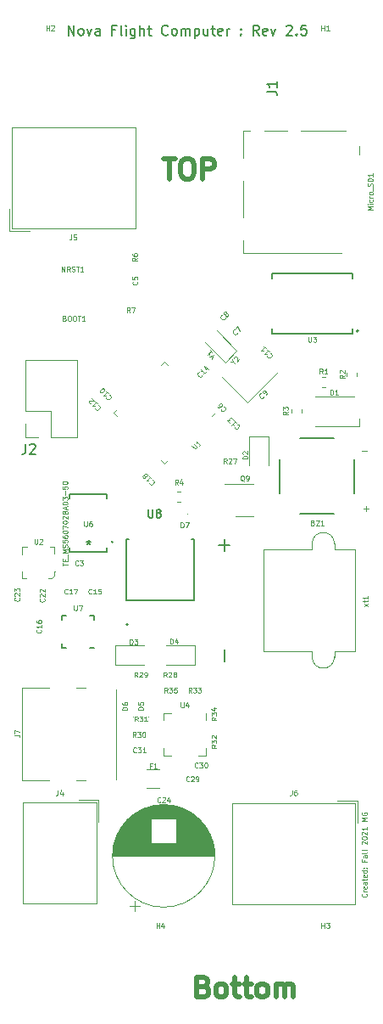
<source format=gbr>
%TF.GenerationSoftware,KiCad,Pcbnew,(6.0.2)*%
%TF.CreationDate,2022-04-15T22:59:47-04:00*%
%TF.ProjectId,Nova,4e6f7661-2e6b-4696-9361-645f70636258,rev?*%
%TF.SameCoordinates,Original*%
%TF.FileFunction,Legend,Top*%
%TF.FilePolarity,Positive*%
%FSLAX46Y46*%
G04 Gerber Fmt 4.6, Leading zero omitted, Abs format (unit mm)*
G04 Created by KiCad (PCBNEW (6.0.2)) date 2022-04-15 22:59:47*
%MOMM*%
%LPD*%
G01*
G04 APERTURE LIST*
%ADD10C,0.500000*%
%ADD11C,0.100000*%
%ADD12C,0.200000*%
%ADD13C,0.015000*%
%ADD14C,0.150000*%
%ADD15C,0.127000*%
%ADD16C,0.120000*%
%ADD17C,0.152400*%
G04 APERTURE END LIST*
D10*
X161347142Y-140587142D02*
X161632857Y-140682380D01*
X161728095Y-140777619D01*
X161823333Y-140968095D01*
X161823333Y-141253809D01*
X161728095Y-141444285D01*
X161632857Y-141539523D01*
X161442380Y-141634761D01*
X160680476Y-141634761D01*
X160680476Y-139634761D01*
X161347142Y-139634761D01*
X161537619Y-139730000D01*
X161632857Y-139825238D01*
X161728095Y-140015714D01*
X161728095Y-140206190D01*
X161632857Y-140396666D01*
X161537619Y-140491904D01*
X161347142Y-140587142D01*
X160680476Y-140587142D01*
X162966190Y-141634761D02*
X162775714Y-141539523D01*
X162680476Y-141444285D01*
X162585238Y-141253809D01*
X162585238Y-140682380D01*
X162680476Y-140491904D01*
X162775714Y-140396666D01*
X162966190Y-140301428D01*
X163251904Y-140301428D01*
X163442380Y-140396666D01*
X163537619Y-140491904D01*
X163632857Y-140682380D01*
X163632857Y-141253809D01*
X163537619Y-141444285D01*
X163442380Y-141539523D01*
X163251904Y-141634761D01*
X162966190Y-141634761D01*
X164204285Y-140301428D02*
X164966190Y-140301428D01*
X164490000Y-139634761D02*
X164490000Y-141349047D01*
X164585238Y-141539523D01*
X164775714Y-141634761D01*
X164966190Y-141634761D01*
X165347142Y-140301428D02*
X166109047Y-140301428D01*
X165632857Y-139634761D02*
X165632857Y-141349047D01*
X165728095Y-141539523D01*
X165918571Y-141634761D01*
X166109047Y-141634761D01*
X167061428Y-141634761D02*
X166870952Y-141539523D01*
X166775714Y-141444285D01*
X166680476Y-141253809D01*
X166680476Y-140682380D01*
X166775714Y-140491904D01*
X166870952Y-140396666D01*
X167061428Y-140301428D01*
X167347142Y-140301428D01*
X167537619Y-140396666D01*
X167632857Y-140491904D01*
X167728095Y-140682380D01*
X167728095Y-141253809D01*
X167632857Y-141444285D01*
X167537619Y-141539523D01*
X167347142Y-141634761D01*
X167061428Y-141634761D01*
X168585238Y-141634761D02*
X168585238Y-140301428D01*
X168585238Y-140491904D02*
X168680476Y-140396666D01*
X168870952Y-140301428D01*
X169156666Y-140301428D01*
X169347142Y-140396666D01*
X169442380Y-140587142D01*
X169442380Y-141634761D01*
X169442380Y-140587142D02*
X169537619Y-140396666D01*
X169728095Y-140301428D01*
X170013809Y-140301428D01*
X170204285Y-140396666D01*
X170299523Y-140587142D01*
X170299523Y-141634761D01*
D11*
X177593571Y-131334761D02*
X177617380Y-131358571D01*
X177641190Y-131430000D01*
X177641190Y-131477619D01*
X177617380Y-131549047D01*
X177569761Y-131596666D01*
X177522142Y-131620476D01*
X177426904Y-131644285D01*
X177355476Y-131644285D01*
X177260238Y-131620476D01*
X177212619Y-131596666D01*
X177165000Y-131549047D01*
X177141190Y-131477619D01*
X177141190Y-131430000D01*
X177165000Y-131358571D01*
X177188809Y-131334761D01*
X177641190Y-131120476D02*
X177307857Y-131120476D01*
X177403095Y-131120476D02*
X177355476Y-131096666D01*
X177331666Y-131072857D01*
X177307857Y-131025238D01*
X177307857Y-130977619D01*
X177617380Y-130620476D02*
X177641190Y-130668095D01*
X177641190Y-130763333D01*
X177617380Y-130810952D01*
X177569761Y-130834761D01*
X177379285Y-130834761D01*
X177331666Y-130810952D01*
X177307857Y-130763333D01*
X177307857Y-130668095D01*
X177331666Y-130620476D01*
X177379285Y-130596666D01*
X177426904Y-130596666D01*
X177474523Y-130834761D01*
X177641190Y-130168095D02*
X177379285Y-130168095D01*
X177331666Y-130191904D01*
X177307857Y-130239523D01*
X177307857Y-130334761D01*
X177331666Y-130382380D01*
X177617380Y-130168095D02*
X177641190Y-130215714D01*
X177641190Y-130334761D01*
X177617380Y-130382380D01*
X177569761Y-130406190D01*
X177522142Y-130406190D01*
X177474523Y-130382380D01*
X177450714Y-130334761D01*
X177450714Y-130215714D01*
X177426904Y-130168095D01*
X177307857Y-130001428D02*
X177307857Y-129810952D01*
X177141190Y-129930000D02*
X177569761Y-129930000D01*
X177617380Y-129906190D01*
X177641190Y-129858571D01*
X177641190Y-129810952D01*
X177617380Y-129453809D02*
X177641190Y-129501428D01*
X177641190Y-129596666D01*
X177617380Y-129644285D01*
X177569761Y-129668095D01*
X177379285Y-129668095D01*
X177331666Y-129644285D01*
X177307857Y-129596666D01*
X177307857Y-129501428D01*
X177331666Y-129453809D01*
X177379285Y-129430000D01*
X177426904Y-129430000D01*
X177474523Y-129668095D01*
X177641190Y-129001428D02*
X177141190Y-129001428D01*
X177617380Y-129001428D02*
X177641190Y-129049047D01*
X177641190Y-129144285D01*
X177617380Y-129191904D01*
X177593571Y-129215714D01*
X177545952Y-129239523D01*
X177403095Y-129239523D01*
X177355476Y-129215714D01*
X177331666Y-129191904D01*
X177307857Y-129144285D01*
X177307857Y-129049047D01*
X177331666Y-129001428D01*
X177593571Y-128763333D02*
X177617380Y-128739523D01*
X177641190Y-128763333D01*
X177617380Y-128787142D01*
X177593571Y-128763333D01*
X177641190Y-128763333D01*
X177331666Y-128763333D02*
X177355476Y-128739523D01*
X177379285Y-128763333D01*
X177355476Y-128787142D01*
X177331666Y-128763333D01*
X177379285Y-128763333D01*
X177379285Y-127977619D02*
X177379285Y-128144285D01*
X177641190Y-128144285D02*
X177141190Y-128144285D01*
X177141190Y-127906190D01*
X177641190Y-127501428D02*
X177379285Y-127501428D01*
X177331666Y-127525238D01*
X177307857Y-127572857D01*
X177307857Y-127668095D01*
X177331666Y-127715714D01*
X177617380Y-127501428D02*
X177641190Y-127549047D01*
X177641190Y-127668095D01*
X177617380Y-127715714D01*
X177569761Y-127739523D01*
X177522142Y-127739523D01*
X177474523Y-127715714D01*
X177450714Y-127668095D01*
X177450714Y-127549047D01*
X177426904Y-127501428D01*
X177641190Y-127191904D02*
X177617380Y-127239523D01*
X177569761Y-127263333D01*
X177141190Y-127263333D01*
X177641190Y-126930000D02*
X177617380Y-126977619D01*
X177569761Y-127001428D01*
X177141190Y-127001428D01*
X177188809Y-126382380D02*
X177165000Y-126358571D01*
X177141190Y-126310952D01*
X177141190Y-126191904D01*
X177165000Y-126144285D01*
X177188809Y-126120476D01*
X177236428Y-126096666D01*
X177284047Y-126096666D01*
X177355476Y-126120476D01*
X177641190Y-126406190D01*
X177641190Y-126096666D01*
X177141190Y-125787142D02*
X177141190Y-125739523D01*
X177165000Y-125691904D01*
X177188809Y-125668095D01*
X177236428Y-125644285D01*
X177331666Y-125620476D01*
X177450714Y-125620476D01*
X177545952Y-125644285D01*
X177593571Y-125668095D01*
X177617380Y-125691904D01*
X177641190Y-125739523D01*
X177641190Y-125787142D01*
X177617380Y-125834761D01*
X177593571Y-125858571D01*
X177545952Y-125882380D01*
X177450714Y-125906190D01*
X177331666Y-125906190D01*
X177236428Y-125882380D01*
X177188809Y-125858571D01*
X177165000Y-125834761D01*
X177141190Y-125787142D01*
X177188809Y-125430000D02*
X177165000Y-125406190D01*
X177141190Y-125358571D01*
X177141190Y-125239523D01*
X177165000Y-125191904D01*
X177188809Y-125168095D01*
X177236428Y-125144285D01*
X177284047Y-125144285D01*
X177355476Y-125168095D01*
X177641190Y-125453809D01*
X177641190Y-125144285D01*
X177641190Y-124668095D02*
X177641190Y-124953809D01*
X177641190Y-124810952D02*
X177141190Y-124810952D01*
X177212619Y-124858571D01*
X177260238Y-124906190D01*
X177284047Y-124953809D01*
X177641190Y-124072857D02*
X177141190Y-124072857D01*
X177498333Y-123906190D01*
X177141190Y-123739523D01*
X177641190Y-123739523D01*
X177165000Y-123239523D02*
X177141190Y-123287142D01*
X177141190Y-123358571D01*
X177165000Y-123430000D01*
X177212619Y-123477619D01*
X177260238Y-123501428D01*
X177355476Y-123525238D01*
X177426904Y-123525238D01*
X177522142Y-123501428D01*
X177569761Y-123477619D01*
X177617380Y-123430000D01*
X177641190Y-123358571D01*
X177641190Y-123310952D01*
X177617380Y-123239523D01*
X177593571Y-123215714D01*
X177426904Y-123215714D01*
X177426904Y-123310952D01*
D10*
X157341352Y-58048361D02*
X158484209Y-58048361D01*
X157912780Y-60048361D02*
X157912780Y-58048361D01*
X159531828Y-58048361D02*
X159912780Y-58048361D01*
X160103257Y-58143600D01*
X160293733Y-58334076D01*
X160388971Y-58715028D01*
X160388971Y-59381695D01*
X160293733Y-59762647D01*
X160103257Y-59953123D01*
X159912780Y-60048361D01*
X159531828Y-60048361D01*
X159341352Y-59953123D01*
X159150876Y-59762647D01*
X159055638Y-59381695D01*
X159055638Y-58715028D01*
X159150876Y-58334076D01*
X159341352Y-58143600D01*
X159531828Y-58048361D01*
X161246114Y-60048361D02*
X161246114Y-58048361D01*
X162008019Y-58048361D01*
X162198495Y-58143600D01*
X162293733Y-58238838D01*
X162388971Y-58429314D01*
X162388971Y-58715028D01*
X162293733Y-58905504D01*
X162198495Y-59000742D01*
X162008019Y-59095980D01*
X161246114Y-59095980D01*
D12*
X147825447Y-45727580D02*
X147825447Y-44727580D01*
X148396876Y-45727580D01*
X148396876Y-44727580D01*
X149015923Y-45727580D02*
X148920685Y-45679961D01*
X148873066Y-45632342D01*
X148825447Y-45537104D01*
X148825447Y-45251390D01*
X148873066Y-45156152D01*
X148920685Y-45108533D01*
X149015923Y-45060914D01*
X149158780Y-45060914D01*
X149254019Y-45108533D01*
X149301638Y-45156152D01*
X149349257Y-45251390D01*
X149349257Y-45537104D01*
X149301638Y-45632342D01*
X149254019Y-45679961D01*
X149158780Y-45727580D01*
X149015923Y-45727580D01*
X149682590Y-45060914D02*
X149920685Y-45727580D01*
X150158780Y-45060914D01*
X150968304Y-45727580D02*
X150968304Y-45203771D01*
X150920685Y-45108533D01*
X150825447Y-45060914D01*
X150634971Y-45060914D01*
X150539733Y-45108533D01*
X150968304Y-45679961D02*
X150873066Y-45727580D01*
X150634971Y-45727580D01*
X150539733Y-45679961D01*
X150492114Y-45584723D01*
X150492114Y-45489485D01*
X150539733Y-45394247D01*
X150634971Y-45346628D01*
X150873066Y-45346628D01*
X150968304Y-45299009D01*
X152539733Y-45203771D02*
X152206400Y-45203771D01*
X152206400Y-45727580D02*
X152206400Y-44727580D01*
X152682590Y-44727580D01*
X153206400Y-45727580D02*
X153111161Y-45679961D01*
X153063542Y-45584723D01*
X153063542Y-44727580D01*
X153587352Y-45727580D02*
X153587352Y-45060914D01*
X153587352Y-44727580D02*
X153539733Y-44775200D01*
X153587352Y-44822819D01*
X153634971Y-44775200D01*
X153587352Y-44727580D01*
X153587352Y-44822819D01*
X154492114Y-45060914D02*
X154492114Y-45870438D01*
X154444495Y-45965676D01*
X154396876Y-46013295D01*
X154301638Y-46060914D01*
X154158780Y-46060914D01*
X154063542Y-46013295D01*
X154492114Y-45679961D02*
X154396876Y-45727580D01*
X154206400Y-45727580D01*
X154111161Y-45679961D01*
X154063542Y-45632342D01*
X154015923Y-45537104D01*
X154015923Y-45251390D01*
X154063542Y-45156152D01*
X154111161Y-45108533D01*
X154206400Y-45060914D01*
X154396876Y-45060914D01*
X154492114Y-45108533D01*
X154968304Y-45727580D02*
X154968304Y-44727580D01*
X155396876Y-45727580D02*
X155396876Y-45203771D01*
X155349257Y-45108533D01*
X155254019Y-45060914D01*
X155111161Y-45060914D01*
X155015923Y-45108533D01*
X154968304Y-45156152D01*
X155730209Y-45060914D02*
X156111161Y-45060914D01*
X155873066Y-44727580D02*
X155873066Y-45584723D01*
X155920685Y-45679961D01*
X156015923Y-45727580D01*
X156111161Y-45727580D01*
X157777828Y-45632342D02*
X157730209Y-45679961D01*
X157587352Y-45727580D01*
X157492114Y-45727580D01*
X157349257Y-45679961D01*
X157254019Y-45584723D01*
X157206400Y-45489485D01*
X157158780Y-45299009D01*
X157158780Y-45156152D01*
X157206400Y-44965676D01*
X157254019Y-44870438D01*
X157349257Y-44775200D01*
X157492114Y-44727580D01*
X157587352Y-44727580D01*
X157730209Y-44775200D01*
X157777828Y-44822819D01*
X158349257Y-45727580D02*
X158254019Y-45679961D01*
X158206400Y-45632342D01*
X158158780Y-45537104D01*
X158158780Y-45251390D01*
X158206400Y-45156152D01*
X158254019Y-45108533D01*
X158349257Y-45060914D01*
X158492114Y-45060914D01*
X158587352Y-45108533D01*
X158634971Y-45156152D01*
X158682590Y-45251390D01*
X158682590Y-45537104D01*
X158634971Y-45632342D01*
X158587352Y-45679961D01*
X158492114Y-45727580D01*
X158349257Y-45727580D01*
X159111161Y-45727580D02*
X159111161Y-45060914D01*
X159111161Y-45156152D02*
X159158780Y-45108533D01*
X159254019Y-45060914D01*
X159396876Y-45060914D01*
X159492114Y-45108533D01*
X159539733Y-45203771D01*
X159539733Y-45727580D01*
X159539733Y-45203771D02*
X159587352Y-45108533D01*
X159682590Y-45060914D01*
X159825447Y-45060914D01*
X159920685Y-45108533D01*
X159968304Y-45203771D01*
X159968304Y-45727580D01*
X160444495Y-45060914D02*
X160444495Y-46060914D01*
X160444495Y-45108533D02*
X160539733Y-45060914D01*
X160730209Y-45060914D01*
X160825447Y-45108533D01*
X160873066Y-45156152D01*
X160920685Y-45251390D01*
X160920685Y-45537104D01*
X160873066Y-45632342D01*
X160825447Y-45679961D01*
X160730209Y-45727580D01*
X160539733Y-45727580D01*
X160444495Y-45679961D01*
X161777828Y-45060914D02*
X161777828Y-45727580D01*
X161349257Y-45060914D02*
X161349257Y-45584723D01*
X161396876Y-45679961D01*
X161492114Y-45727580D01*
X161634971Y-45727580D01*
X161730209Y-45679961D01*
X161777828Y-45632342D01*
X162111161Y-45060914D02*
X162492114Y-45060914D01*
X162254019Y-44727580D02*
X162254019Y-45584723D01*
X162301638Y-45679961D01*
X162396876Y-45727580D01*
X162492114Y-45727580D01*
X163206400Y-45679961D02*
X163111161Y-45727580D01*
X162920685Y-45727580D01*
X162825447Y-45679961D01*
X162777828Y-45584723D01*
X162777828Y-45203771D01*
X162825447Y-45108533D01*
X162920685Y-45060914D01*
X163111161Y-45060914D01*
X163206400Y-45108533D01*
X163254019Y-45203771D01*
X163254019Y-45299009D01*
X162777828Y-45394247D01*
X163682590Y-45727580D02*
X163682590Y-45060914D01*
X163682590Y-45251390D02*
X163730209Y-45156152D01*
X163777828Y-45108533D01*
X163873066Y-45060914D01*
X163968304Y-45060914D01*
X165063542Y-45632342D02*
X165111161Y-45679961D01*
X165063542Y-45727580D01*
X165015923Y-45679961D01*
X165063542Y-45632342D01*
X165063542Y-45727580D01*
X165063542Y-45108533D02*
X165111161Y-45156152D01*
X165063542Y-45203771D01*
X165015923Y-45156152D01*
X165063542Y-45108533D01*
X165063542Y-45203771D01*
X166873066Y-45727580D02*
X166539733Y-45251390D01*
X166301638Y-45727580D02*
X166301638Y-44727580D01*
X166682590Y-44727580D01*
X166777828Y-44775200D01*
X166825447Y-44822819D01*
X166873066Y-44918057D01*
X166873066Y-45060914D01*
X166825447Y-45156152D01*
X166777828Y-45203771D01*
X166682590Y-45251390D01*
X166301638Y-45251390D01*
X167682590Y-45679961D02*
X167587352Y-45727580D01*
X167396876Y-45727580D01*
X167301638Y-45679961D01*
X167254019Y-45584723D01*
X167254019Y-45203771D01*
X167301638Y-45108533D01*
X167396876Y-45060914D01*
X167587352Y-45060914D01*
X167682590Y-45108533D01*
X167730209Y-45203771D01*
X167730209Y-45299009D01*
X167254019Y-45394247D01*
X168063542Y-45060914D02*
X168301638Y-45727580D01*
X168539733Y-45060914D01*
X169634971Y-44822819D02*
X169682590Y-44775200D01*
X169777828Y-44727580D01*
X170015923Y-44727580D01*
X170111161Y-44775200D01*
X170158780Y-44822819D01*
X170206400Y-44918057D01*
X170206400Y-45013295D01*
X170158780Y-45156152D01*
X169587352Y-45727580D01*
X170206400Y-45727580D01*
X170634971Y-45632342D02*
X170682590Y-45679961D01*
X170634971Y-45727580D01*
X170587352Y-45679961D01*
X170634971Y-45632342D01*
X170634971Y-45727580D01*
X171587352Y-44727580D02*
X171111161Y-44727580D01*
X171063542Y-45203771D01*
X171111161Y-45156152D01*
X171206400Y-45108533D01*
X171444495Y-45108533D01*
X171539733Y-45156152D01*
X171587352Y-45203771D01*
X171634971Y-45299009D01*
X171634971Y-45537104D01*
X171587352Y-45632342D01*
X171539733Y-45679961D01*
X171444495Y-45727580D01*
X171206400Y-45727580D01*
X171111161Y-45679961D01*
X171063542Y-45632342D01*
D11*
%TO.C,BZ1*%
X172259523Y-94314285D02*
X172330952Y-94338095D01*
X172354761Y-94361904D01*
X172378571Y-94409523D01*
X172378571Y-94480952D01*
X172354761Y-94528571D01*
X172330952Y-94552380D01*
X172283333Y-94576190D01*
X172092857Y-94576190D01*
X172092857Y-94076190D01*
X172259523Y-94076190D01*
X172307142Y-94100000D01*
X172330952Y-94123809D01*
X172354761Y-94171428D01*
X172354761Y-94219047D01*
X172330952Y-94266666D01*
X172307142Y-94290476D01*
X172259523Y-94314285D01*
X172092857Y-94314285D01*
X172545238Y-94076190D02*
X172878571Y-94076190D01*
X172545238Y-94576190D01*
X172878571Y-94576190D01*
X173330952Y-94576190D02*
X173045238Y-94576190D01*
X173188095Y-94576190D02*
X173188095Y-94076190D01*
X173140476Y-94147619D01*
X173092857Y-94195238D01*
X173045238Y-94219047D01*
D13*
X177346190Y-92895714D02*
X177833809Y-92895714D01*
X177590000Y-93139523D02*
X177590000Y-92651904D01*
X177146190Y-87180714D02*
X177633809Y-87180714D01*
D11*
%TO.C,C3*%
X148816666Y-98553571D02*
X148792857Y-98577380D01*
X148721428Y-98601190D01*
X148673809Y-98601190D01*
X148602380Y-98577380D01*
X148554761Y-98529761D01*
X148530952Y-98482142D01*
X148507142Y-98386904D01*
X148507142Y-98315476D01*
X148530952Y-98220238D01*
X148554761Y-98172619D01*
X148602380Y-98125000D01*
X148673809Y-98101190D01*
X148721428Y-98101190D01*
X148792857Y-98125000D01*
X148816666Y-98148809D01*
X148983333Y-98101190D02*
X149292857Y-98101190D01*
X149126190Y-98291666D01*
X149197619Y-98291666D01*
X149245238Y-98315476D01*
X149269047Y-98339285D01*
X149292857Y-98386904D01*
X149292857Y-98505952D01*
X149269047Y-98553571D01*
X149245238Y-98577380D01*
X149197619Y-98601190D01*
X149054761Y-98601190D01*
X149007142Y-98577380D01*
X148983333Y-98553571D01*
%TO.C,C5*%
X154678571Y-70283333D02*
X154702380Y-70307142D01*
X154726190Y-70378571D01*
X154726190Y-70426190D01*
X154702380Y-70497619D01*
X154654761Y-70545238D01*
X154607142Y-70569047D01*
X154511904Y-70592857D01*
X154440476Y-70592857D01*
X154345238Y-70569047D01*
X154297619Y-70545238D01*
X154250000Y-70497619D01*
X154226190Y-70426190D01*
X154226190Y-70378571D01*
X154250000Y-70307142D01*
X154273809Y-70283333D01*
X154226190Y-69830952D02*
X154226190Y-70069047D01*
X154464285Y-70092857D01*
X154440476Y-70069047D01*
X154416666Y-70021428D01*
X154416666Y-69902380D01*
X154440476Y-69854761D01*
X154464285Y-69830952D01*
X154511904Y-69807142D01*
X154630952Y-69807142D01*
X154678571Y-69830952D01*
X154702380Y-69854761D01*
X154726190Y-69902380D01*
X154726190Y-70021428D01*
X154702380Y-70069047D01*
X154678571Y-70092857D01*
%TO.C,C6*%
X163345994Y-82749056D02*
X163379666Y-82749056D01*
X163447009Y-82782728D01*
X163480681Y-82816399D01*
X163514353Y-82883743D01*
X163514353Y-82951087D01*
X163497517Y-83001594D01*
X163447009Y-83085774D01*
X163396502Y-83136281D01*
X163312322Y-83186789D01*
X163261815Y-83203625D01*
X163194471Y-83203625D01*
X163127128Y-83169953D01*
X163093456Y-83136281D01*
X163059784Y-83068938D01*
X163059784Y-83035266D01*
X162723067Y-82765892D02*
X162790410Y-82833235D01*
X162840918Y-82850071D01*
X162874590Y-82850071D01*
X162958769Y-82833235D01*
X163042948Y-82782728D01*
X163177635Y-82648041D01*
X163194471Y-82597533D01*
X163194471Y-82563861D01*
X163177635Y-82513354D01*
X163110292Y-82446010D01*
X163059784Y-82429174D01*
X163026112Y-82429174D01*
X162975605Y-82446010D01*
X162891425Y-82530190D01*
X162874590Y-82580697D01*
X162874590Y-82614369D01*
X162891425Y-82664877D01*
X162958769Y-82732220D01*
X163009277Y-82749056D01*
X163042948Y-82749056D01*
X163093456Y-82732220D01*
%TO.C,C7*%
X164701343Y-75381594D02*
X164701343Y-75415266D01*
X164667671Y-75482609D01*
X164634000Y-75516281D01*
X164566656Y-75549953D01*
X164499312Y-75549953D01*
X164448805Y-75533117D01*
X164364625Y-75482609D01*
X164314118Y-75432102D01*
X164263610Y-75347922D01*
X164246774Y-75297415D01*
X164246774Y-75230071D01*
X164280446Y-75162728D01*
X164314118Y-75129056D01*
X164381461Y-75095384D01*
X164415133Y-75095384D01*
X164499312Y-74943861D02*
X164735015Y-74708159D01*
X164937045Y-75213235D01*
%TO.C,C8*%
X163482143Y-73908394D02*
X163482143Y-73942066D01*
X163448471Y-74009409D01*
X163414800Y-74043081D01*
X163347456Y-74076753D01*
X163280112Y-74076753D01*
X163229605Y-74059917D01*
X163145425Y-74009409D01*
X163094918Y-73958902D01*
X163044410Y-73874722D01*
X163027574Y-73824215D01*
X163027574Y-73756871D01*
X163061246Y-73689528D01*
X163094918Y-73655856D01*
X163162261Y-73622184D01*
X163195933Y-73622184D01*
X163515815Y-73538005D02*
X163465307Y-73554841D01*
X163431635Y-73554841D01*
X163381128Y-73538005D01*
X163364292Y-73521169D01*
X163347456Y-73470661D01*
X163347456Y-73436990D01*
X163364292Y-73386482D01*
X163431635Y-73319138D01*
X163482143Y-73302303D01*
X163515815Y-73302303D01*
X163566322Y-73319138D01*
X163583158Y-73335974D01*
X163599994Y-73386482D01*
X163599994Y-73420154D01*
X163583158Y-73470661D01*
X163515815Y-73538005D01*
X163498979Y-73588512D01*
X163498979Y-73622184D01*
X163515815Y-73672692D01*
X163583158Y-73740035D01*
X163633666Y-73756871D01*
X163667338Y-73756871D01*
X163717845Y-73740035D01*
X163785189Y-73672692D01*
X163802025Y-73622184D01*
X163802025Y-73588512D01*
X163785189Y-73538005D01*
X163717845Y-73470661D01*
X163667338Y-73453825D01*
X163633666Y-73453825D01*
X163583158Y-73470661D01*
%TO.C,C9*%
X167342943Y-81731594D02*
X167342943Y-81765266D01*
X167309271Y-81832609D01*
X167275600Y-81866281D01*
X167208256Y-81899953D01*
X167140912Y-81899953D01*
X167090405Y-81883117D01*
X167006225Y-81832609D01*
X166955718Y-81782102D01*
X166905210Y-81697922D01*
X166888374Y-81647415D01*
X166888374Y-81580071D01*
X166922046Y-81512728D01*
X166955718Y-81479056D01*
X167023061Y-81445384D01*
X167056733Y-81445384D01*
X167544974Y-81596907D02*
X167612317Y-81529564D01*
X167629153Y-81479056D01*
X167629153Y-81445384D01*
X167612317Y-81361205D01*
X167561809Y-81277025D01*
X167427122Y-81142338D01*
X167376615Y-81125503D01*
X167342943Y-81125503D01*
X167292435Y-81142338D01*
X167225092Y-81209682D01*
X167208256Y-81260190D01*
X167208256Y-81293861D01*
X167225092Y-81344369D01*
X167309271Y-81428548D01*
X167359779Y-81445384D01*
X167393451Y-81445384D01*
X167443958Y-81428548D01*
X167511302Y-81361205D01*
X167528138Y-81310697D01*
X167528138Y-81277025D01*
X167511302Y-81226518D01*
%TO.C,C10*%
X151903553Y-81576015D02*
X151937225Y-81576015D01*
X152004568Y-81609687D01*
X152038240Y-81643358D01*
X152071912Y-81710702D01*
X152071912Y-81778045D01*
X152055076Y-81828553D01*
X152004568Y-81912732D01*
X151954061Y-81963240D01*
X151869881Y-82013748D01*
X151819374Y-82030583D01*
X151752030Y-82030583D01*
X151684687Y-81996912D01*
X151651015Y-81963240D01*
X151617343Y-81895896D01*
X151617343Y-81862225D01*
X151600507Y-81205625D02*
X151802538Y-81407656D01*
X151701522Y-81306641D02*
X151347969Y-81660194D01*
X151432148Y-81643358D01*
X151499492Y-81643358D01*
X151550000Y-81660194D01*
X151028087Y-81340312D02*
X150994416Y-81306641D01*
X150977580Y-81256133D01*
X150977580Y-81222461D01*
X150994416Y-81171954D01*
X151044923Y-81087774D01*
X151129103Y-81003595D01*
X151213282Y-80953087D01*
X151263790Y-80936251D01*
X151297461Y-80936251D01*
X151347969Y-80953087D01*
X151381641Y-80986759D01*
X151398477Y-81037267D01*
X151398477Y-81070938D01*
X151381641Y-81121446D01*
X151331133Y-81205625D01*
X151246954Y-81289805D01*
X151162774Y-81340312D01*
X151112267Y-81357148D01*
X151078595Y-81357148D01*
X151028087Y-81340312D01*
%TO.C,C11*%
X167984753Y-77431015D02*
X168018425Y-77431015D01*
X168085768Y-77464687D01*
X168119440Y-77498358D01*
X168153112Y-77565702D01*
X168153112Y-77633045D01*
X168136276Y-77683553D01*
X168085768Y-77767732D01*
X168035261Y-77818240D01*
X167951081Y-77868748D01*
X167900574Y-77885583D01*
X167833230Y-77885583D01*
X167765887Y-77851912D01*
X167732215Y-77818240D01*
X167698543Y-77750896D01*
X167698543Y-77717225D01*
X167681707Y-77060625D02*
X167883738Y-77262656D01*
X167782722Y-77161641D02*
X167429169Y-77515194D01*
X167513348Y-77498358D01*
X167580692Y-77498358D01*
X167631200Y-77515194D01*
X167344990Y-76723908D02*
X167547020Y-76925938D01*
X167446005Y-76824923D02*
X167092451Y-77178477D01*
X167176631Y-77161641D01*
X167243974Y-77161641D01*
X167294482Y-77178477D01*
%TO.C,C12*%
X150803553Y-82626015D02*
X150837225Y-82626015D01*
X150904568Y-82659687D01*
X150938240Y-82693358D01*
X150971912Y-82760702D01*
X150971912Y-82828045D01*
X150955076Y-82878553D01*
X150904568Y-82962732D01*
X150854061Y-83013240D01*
X150769881Y-83063748D01*
X150719374Y-83080583D01*
X150652030Y-83080583D01*
X150584687Y-83046912D01*
X150551015Y-83013240D01*
X150517343Y-82945896D01*
X150517343Y-82912225D01*
X150500507Y-82255625D02*
X150702538Y-82457656D01*
X150601522Y-82356641D02*
X150247969Y-82710194D01*
X150332148Y-82693358D01*
X150399492Y-82693358D01*
X150450000Y-82710194D01*
X150045938Y-82440820D02*
X150012267Y-82440820D01*
X149961759Y-82423984D01*
X149877580Y-82339805D01*
X149860744Y-82289297D01*
X149860744Y-82255625D01*
X149877580Y-82205118D01*
X149911251Y-82171446D01*
X149978595Y-82137774D01*
X150382656Y-82137774D01*
X150163790Y-81918908D01*
%TO.C,C13*%
X164703553Y-84501015D02*
X164737225Y-84501015D01*
X164804568Y-84534687D01*
X164838240Y-84568358D01*
X164871912Y-84635702D01*
X164871912Y-84703045D01*
X164855076Y-84753553D01*
X164804568Y-84837732D01*
X164754061Y-84888240D01*
X164669881Y-84938748D01*
X164619374Y-84955583D01*
X164552030Y-84955583D01*
X164484687Y-84921912D01*
X164451015Y-84888240D01*
X164417343Y-84820896D01*
X164417343Y-84787225D01*
X164400507Y-84130625D02*
X164602538Y-84332656D01*
X164501522Y-84231641D02*
X164147969Y-84585194D01*
X164232148Y-84568358D01*
X164299492Y-84568358D01*
X164350000Y-84585194D01*
X163929103Y-84366328D02*
X163710236Y-84147461D01*
X163962774Y-84130625D01*
X163912267Y-84080118D01*
X163895431Y-84029610D01*
X163895431Y-83995938D01*
X163912267Y-83945431D01*
X163996446Y-83861251D01*
X164046954Y-83844416D01*
X164080625Y-83844416D01*
X164131133Y-83861251D01*
X164232148Y-83962267D01*
X164248984Y-84012774D01*
X164248984Y-84046446D01*
%TO.C,C14*%
X161173984Y-79603553D02*
X161173984Y-79637225D01*
X161140312Y-79704568D01*
X161106641Y-79738240D01*
X161039297Y-79771912D01*
X160971954Y-79771912D01*
X160921446Y-79755076D01*
X160837267Y-79704568D01*
X160786759Y-79654061D01*
X160736251Y-79569881D01*
X160719416Y-79519374D01*
X160719416Y-79452030D01*
X160753087Y-79384687D01*
X160786759Y-79351015D01*
X160854103Y-79317343D01*
X160887774Y-79317343D01*
X161544374Y-79300507D02*
X161342343Y-79502538D01*
X161443358Y-79401522D02*
X161089805Y-79047969D01*
X161106641Y-79132148D01*
X161106641Y-79199492D01*
X161089805Y-79250000D01*
X161611717Y-78761759D02*
X161847419Y-78997461D01*
X161392851Y-78711251D02*
X161561209Y-79047969D01*
X161780076Y-78829103D01*
%TO.C,C15*%
X150153571Y-101378571D02*
X150129761Y-101402380D01*
X150058333Y-101426190D01*
X150010714Y-101426190D01*
X149939285Y-101402380D01*
X149891666Y-101354761D01*
X149867857Y-101307142D01*
X149844047Y-101211904D01*
X149844047Y-101140476D01*
X149867857Y-101045238D01*
X149891666Y-100997619D01*
X149939285Y-100950000D01*
X150010714Y-100926190D01*
X150058333Y-100926190D01*
X150129761Y-100950000D01*
X150153571Y-100973809D01*
X150629761Y-101426190D02*
X150344047Y-101426190D01*
X150486904Y-101426190D02*
X150486904Y-100926190D01*
X150439285Y-100997619D01*
X150391666Y-101045238D01*
X150344047Y-101069047D01*
X151082142Y-100926190D02*
X150844047Y-100926190D01*
X150820238Y-101164285D01*
X150844047Y-101140476D01*
X150891666Y-101116666D01*
X151010714Y-101116666D01*
X151058333Y-101140476D01*
X151082142Y-101164285D01*
X151105952Y-101211904D01*
X151105952Y-101330952D01*
X151082142Y-101378571D01*
X151058333Y-101402380D01*
X151010714Y-101426190D01*
X150891666Y-101426190D01*
X150844047Y-101402380D01*
X150820238Y-101378571D01*
%TO.C,C16*%
X145078571Y-104996428D02*
X145102380Y-105020238D01*
X145126190Y-105091666D01*
X145126190Y-105139285D01*
X145102380Y-105210714D01*
X145054761Y-105258333D01*
X145007142Y-105282142D01*
X144911904Y-105305952D01*
X144840476Y-105305952D01*
X144745238Y-105282142D01*
X144697619Y-105258333D01*
X144650000Y-105210714D01*
X144626190Y-105139285D01*
X144626190Y-105091666D01*
X144650000Y-105020238D01*
X144673809Y-104996428D01*
X145126190Y-104520238D02*
X145126190Y-104805952D01*
X145126190Y-104663095D02*
X144626190Y-104663095D01*
X144697619Y-104710714D01*
X144745238Y-104758333D01*
X144769047Y-104805952D01*
X144626190Y-104091666D02*
X144626190Y-104186904D01*
X144650000Y-104234523D01*
X144673809Y-104258333D01*
X144745238Y-104305952D01*
X144840476Y-104329761D01*
X145030952Y-104329761D01*
X145078571Y-104305952D01*
X145102380Y-104282142D01*
X145126190Y-104234523D01*
X145126190Y-104139285D01*
X145102380Y-104091666D01*
X145078571Y-104067857D01*
X145030952Y-104044047D01*
X144911904Y-104044047D01*
X144864285Y-104067857D01*
X144840476Y-104091666D01*
X144816666Y-104139285D01*
X144816666Y-104234523D01*
X144840476Y-104282142D01*
X144864285Y-104305952D01*
X144911904Y-104329761D01*
%TO.C,C17*%
X147751771Y-101384571D02*
X147727961Y-101408380D01*
X147656533Y-101432190D01*
X147608914Y-101432190D01*
X147537485Y-101408380D01*
X147489866Y-101360761D01*
X147466057Y-101313142D01*
X147442247Y-101217904D01*
X147442247Y-101146476D01*
X147466057Y-101051238D01*
X147489866Y-101003619D01*
X147537485Y-100956000D01*
X147608914Y-100932190D01*
X147656533Y-100932190D01*
X147727961Y-100956000D01*
X147751771Y-100979809D01*
X148227961Y-101432190D02*
X147942247Y-101432190D01*
X148085104Y-101432190D02*
X148085104Y-100932190D01*
X148037485Y-101003619D01*
X147989866Y-101051238D01*
X147942247Y-101075047D01*
X148394628Y-100932190D02*
X148727961Y-100932190D01*
X148513676Y-101432190D01*
%TO.C,C18*%
X156199153Y-90080216D02*
X156232825Y-90080216D01*
X156300168Y-90113888D01*
X156333840Y-90147559D01*
X156367512Y-90214903D01*
X156367512Y-90282246D01*
X156350676Y-90332754D01*
X156300168Y-90416933D01*
X156249661Y-90467441D01*
X156165481Y-90517949D01*
X156114974Y-90534784D01*
X156047630Y-90534784D01*
X155980287Y-90501113D01*
X155946615Y-90467441D01*
X155912943Y-90400097D01*
X155912943Y-90366426D01*
X155896107Y-89709826D02*
X156098138Y-89911857D01*
X155997122Y-89810842D02*
X155643569Y-90164395D01*
X155727748Y-90147559D01*
X155795092Y-90147559D01*
X155845600Y-90164395D01*
X155492046Y-89709826D02*
X155508882Y-89760334D01*
X155508882Y-89794006D01*
X155492046Y-89844513D01*
X155475210Y-89861349D01*
X155424703Y-89878185D01*
X155391031Y-89878185D01*
X155340523Y-89861349D01*
X155273180Y-89794006D01*
X155256344Y-89743498D01*
X155256344Y-89709826D01*
X155273180Y-89659319D01*
X155290016Y-89642483D01*
X155340523Y-89625647D01*
X155374195Y-89625647D01*
X155424703Y-89642483D01*
X155492046Y-89709826D01*
X155542554Y-89726662D01*
X155576225Y-89726662D01*
X155626733Y-89709826D01*
X155694077Y-89642483D01*
X155710912Y-89591975D01*
X155710912Y-89558304D01*
X155694077Y-89507796D01*
X155626733Y-89440452D01*
X155576225Y-89423617D01*
X155542554Y-89423617D01*
X155492046Y-89440452D01*
X155424703Y-89507796D01*
X155407867Y-89558304D01*
X155407867Y-89591975D01*
X155424703Y-89642483D01*
%TO.C,C22*%
X145418571Y-101901428D02*
X145442380Y-101925238D01*
X145466190Y-101996666D01*
X145466190Y-102044285D01*
X145442380Y-102115714D01*
X145394761Y-102163333D01*
X145347142Y-102187142D01*
X145251904Y-102210952D01*
X145180476Y-102210952D01*
X145085238Y-102187142D01*
X145037619Y-102163333D01*
X144990000Y-102115714D01*
X144966190Y-102044285D01*
X144966190Y-101996666D01*
X144990000Y-101925238D01*
X145013809Y-101901428D01*
X145013809Y-101710952D02*
X144990000Y-101687142D01*
X144966190Y-101639523D01*
X144966190Y-101520476D01*
X144990000Y-101472857D01*
X145013809Y-101449047D01*
X145061428Y-101425238D01*
X145109047Y-101425238D01*
X145180476Y-101449047D01*
X145466190Y-101734761D01*
X145466190Y-101425238D01*
X145013809Y-101234761D02*
X144990000Y-101210952D01*
X144966190Y-101163333D01*
X144966190Y-101044285D01*
X144990000Y-100996666D01*
X145013809Y-100972857D01*
X145061428Y-100949047D01*
X145109047Y-100949047D01*
X145180476Y-100972857D01*
X145466190Y-101258571D01*
X145466190Y-100949047D01*
%TO.C,C23*%
X142903571Y-101821428D02*
X142927380Y-101845238D01*
X142951190Y-101916666D01*
X142951190Y-101964285D01*
X142927380Y-102035714D01*
X142879761Y-102083333D01*
X142832142Y-102107142D01*
X142736904Y-102130952D01*
X142665476Y-102130952D01*
X142570238Y-102107142D01*
X142522619Y-102083333D01*
X142475000Y-102035714D01*
X142451190Y-101964285D01*
X142451190Y-101916666D01*
X142475000Y-101845238D01*
X142498809Y-101821428D01*
X142498809Y-101630952D02*
X142475000Y-101607142D01*
X142451190Y-101559523D01*
X142451190Y-101440476D01*
X142475000Y-101392857D01*
X142498809Y-101369047D01*
X142546428Y-101345238D01*
X142594047Y-101345238D01*
X142665476Y-101369047D01*
X142951190Y-101654761D01*
X142951190Y-101345238D01*
X142451190Y-101178571D02*
X142451190Y-100869047D01*
X142641666Y-101035714D01*
X142641666Y-100964285D01*
X142665476Y-100916666D01*
X142689285Y-100892857D01*
X142736904Y-100869047D01*
X142855952Y-100869047D01*
X142903571Y-100892857D01*
X142927380Y-100916666D01*
X142951190Y-100964285D01*
X142951190Y-101107142D01*
X142927380Y-101154761D01*
X142903571Y-101178571D01*
%TO.C,C24*%
X157028571Y-122153571D02*
X157004761Y-122177380D01*
X156933333Y-122201190D01*
X156885714Y-122201190D01*
X156814285Y-122177380D01*
X156766666Y-122129761D01*
X156742857Y-122082142D01*
X156719047Y-121986904D01*
X156719047Y-121915476D01*
X156742857Y-121820238D01*
X156766666Y-121772619D01*
X156814285Y-121725000D01*
X156885714Y-121701190D01*
X156933333Y-121701190D01*
X157004761Y-121725000D01*
X157028571Y-121748809D01*
X157219047Y-121748809D02*
X157242857Y-121725000D01*
X157290476Y-121701190D01*
X157409523Y-121701190D01*
X157457142Y-121725000D01*
X157480952Y-121748809D01*
X157504761Y-121796428D01*
X157504761Y-121844047D01*
X157480952Y-121915476D01*
X157195238Y-122201190D01*
X157504761Y-122201190D01*
X157933333Y-121867857D02*
X157933333Y-122201190D01*
X157814285Y-121677380D02*
X157695238Y-122034523D01*
X158004761Y-122034523D01*
%TO.C,C29*%
X159892971Y-120078971D02*
X159869161Y-120102780D01*
X159797733Y-120126590D01*
X159750114Y-120126590D01*
X159678685Y-120102780D01*
X159631066Y-120055161D01*
X159607257Y-120007542D01*
X159583447Y-119912304D01*
X159583447Y-119840876D01*
X159607257Y-119745638D01*
X159631066Y-119698019D01*
X159678685Y-119650400D01*
X159750114Y-119626590D01*
X159797733Y-119626590D01*
X159869161Y-119650400D01*
X159892971Y-119674209D01*
X160083447Y-119674209D02*
X160107257Y-119650400D01*
X160154876Y-119626590D01*
X160273923Y-119626590D01*
X160321542Y-119650400D01*
X160345352Y-119674209D01*
X160369161Y-119721828D01*
X160369161Y-119769447D01*
X160345352Y-119840876D01*
X160059638Y-120126590D01*
X160369161Y-120126590D01*
X160607257Y-120126590D02*
X160702495Y-120126590D01*
X160750114Y-120102780D01*
X160773923Y-120078971D01*
X160821542Y-120007542D01*
X160845352Y-119912304D01*
X160845352Y-119721828D01*
X160821542Y-119674209D01*
X160797733Y-119650400D01*
X160750114Y-119626590D01*
X160654876Y-119626590D01*
X160607257Y-119650400D01*
X160583447Y-119674209D01*
X160559638Y-119721828D01*
X160559638Y-119840876D01*
X160583447Y-119888495D01*
X160607257Y-119912304D01*
X160654876Y-119936114D01*
X160750114Y-119936114D01*
X160797733Y-119912304D01*
X160821542Y-119888495D01*
X160845352Y-119840876D01*
%TO.C,C30*%
X160756571Y-118707371D02*
X160732761Y-118731180D01*
X160661333Y-118754990D01*
X160613714Y-118754990D01*
X160542285Y-118731180D01*
X160494666Y-118683561D01*
X160470857Y-118635942D01*
X160447047Y-118540704D01*
X160447047Y-118469276D01*
X160470857Y-118374038D01*
X160494666Y-118326419D01*
X160542285Y-118278800D01*
X160613714Y-118254990D01*
X160661333Y-118254990D01*
X160732761Y-118278800D01*
X160756571Y-118302609D01*
X160923238Y-118254990D02*
X161232761Y-118254990D01*
X161066095Y-118445466D01*
X161137523Y-118445466D01*
X161185142Y-118469276D01*
X161208952Y-118493085D01*
X161232761Y-118540704D01*
X161232761Y-118659752D01*
X161208952Y-118707371D01*
X161185142Y-118731180D01*
X161137523Y-118754990D01*
X160994666Y-118754990D01*
X160947047Y-118731180D01*
X160923238Y-118707371D01*
X161542285Y-118254990D02*
X161589904Y-118254990D01*
X161637523Y-118278800D01*
X161661333Y-118302609D01*
X161685142Y-118350228D01*
X161708952Y-118445466D01*
X161708952Y-118564514D01*
X161685142Y-118659752D01*
X161661333Y-118707371D01*
X161637523Y-118731180D01*
X161589904Y-118754990D01*
X161542285Y-118754990D01*
X161494666Y-118731180D01*
X161470857Y-118707371D01*
X161447047Y-118659752D01*
X161423238Y-118564514D01*
X161423238Y-118445466D01*
X161447047Y-118350228D01*
X161470857Y-118302609D01*
X161494666Y-118278800D01*
X161542285Y-118254990D01*
%TO.C,C31*%
X154609771Y-117183371D02*
X154585961Y-117207180D01*
X154514533Y-117230990D01*
X154466914Y-117230990D01*
X154395485Y-117207180D01*
X154347866Y-117159561D01*
X154324057Y-117111942D01*
X154300247Y-117016704D01*
X154300247Y-116945276D01*
X154324057Y-116850038D01*
X154347866Y-116802419D01*
X154395485Y-116754800D01*
X154466914Y-116730990D01*
X154514533Y-116730990D01*
X154585961Y-116754800D01*
X154609771Y-116778609D01*
X154776438Y-116730990D02*
X155085961Y-116730990D01*
X154919295Y-116921466D01*
X154990723Y-116921466D01*
X155038342Y-116945276D01*
X155062152Y-116969085D01*
X155085961Y-117016704D01*
X155085961Y-117135752D01*
X155062152Y-117183371D01*
X155038342Y-117207180D01*
X154990723Y-117230990D01*
X154847866Y-117230990D01*
X154800247Y-117207180D01*
X154776438Y-117183371D01*
X155562152Y-117230990D02*
X155276438Y-117230990D01*
X155419295Y-117230990D02*
X155419295Y-116730990D01*
X155371676Y-116802419D01*
X155324057Y-116850038D01*
X155276438Y-116873847D01*
%TO.C,D1*%
X174018552Y-81569390D02*
X174018552Y-81069390D01*
X174137600Y-81069390D01*
X174209028Y-81093200D01*
X174256647Y-81140819D01*
X174280457Y-81188438D01*
X174304266Y-81283676D01*
X174304266Y-81355104D01*
X174280457Y-81450342D01*
X174256647Y-81497961D01*
X174209028Y-81545580D01*
X174137600Y-81569390D01*
X174018552Y-81569390D01*
X174780457Y-81569390D02*
X174494742Y-81569390D01*
X174637600Y-81569390D02*
X174637600Y-81069390D01*
X174589980Y-81140819D01*
X174542361Y-81188438D01*
X174494742Y-81212247D01*
%TO.C,D2*%
X165751190Y-87969047D02*
X165251190Y-87969047D01*
X165251190Y-87850000D01*
X165275000Y-87778571D01*
X165322619Y-87730952D01*
X165370238Y-87707142D01*
X165465476Y-87683333D01*
X165536904Y-87683333D01*
X165632142Y-87707142D01*
X165679761Y-87730952D01*
X165727380Y-87778571D01*
X165751190Y-87850000D01*
X165751190Y-87969047D01*
X165298809Y-87492857D02*
X165275000Y-87469047D01*
X165251190Y-87421428D01*
X165251190Y-87302380D01*
X165275000Y-87254761D01*
X165298809Y-87230952D01*
X165346428Y-87207142D01*
X165394047Y-87207142D01*
X165465476Y-87230952D01*
X165751190Y-87516666D01*
X165751190Y-87207142D01*
%TO.C,D3*%
X153980952Y-106456190D02*
X153980952Y-105956190D01*
X154100000Y-105956190D01*
X154171428Y-105980000D01*
X154219047Y-106027619D01*
X154242857Y-106075238D01*
X154266666Y-106170476D01*
X154266666Y-106241904D01*
X154242857Y-106337142D01*
X154219047Y-106384761D01*
X154171428Y-106432380D01*
X154100000Y-106456190D01*
X153980952Y-106456190D01*
X154433333Y-105956190D02*
X154742857Y-105956190D01*
X154576190Y-106146666D01*
X154647619Y-106146666D01*
X154695238Y-106170476D01*
X154719047Y-106194285D01*
X154742857Y-106241904D01*
X154742857Y-106360952D01*
X154719047Y-106408571D01*
X154695238Y-106432380D01*
X154647619Y-106456190D01*
X154504761Y-106456190D01*
X154457142Y-106432380D01*
X154433333Y-106408571D01*
%TO.C,D4*%
X158016552Y-106410590D02*
X158016552Y-105910590D01*
X158135600Y-105910590D01*
X158207028Y-105934400D01*
X158254647Y-105982019D01*
X158278457Y-106029638D01*
X158302266Y-106124876D01*
X158302266Y-106196304D01*
X158278457Y-106291542D01*
X158254647Y-106339161D01*
X158207028Y-106386780D01*
X158135600Y-106410590D01*
X158016552Y-106410590D01*
X158730838Y-106077257D02*
X158730838Y-106410590D01*
X158611790Y-105886780D02*
X158492742Y-106243923D01*
X158802266Y-106243923D01*
%TO.C,D5*%
X155301190Y-112969047D02*
X154801190Y-112969047D01*
X154801190Y-112850000D01*
X154825000Y-112778571D01*
X154872619Y-112730952D01*
X154920238Y-112707142D01*
X155015476Y-112683333D01*
X155086904Y-112683333D01*
X155182142Y-112707142D01*
X155229761Y-112730952D01*
X155277380Y-112778571D01*
X155301190Y-112850000D01*
X155301190Y-112969047D01*
X154801190Y-112230952D02*
X154801190Y-112469047D01*
X155039285Y-112492857D01*
X155015476Y-112469047D01*
X154991666Y-112421428D01*
X154991666Y-112302380D01*
X155015476Y-112254761D01*
X155039285Y-112230952D01*
X155086904Y-112207142D01*
X155205952Y-112207142D01*
X155253571Y-112230952D01*
X155277380Y-112254761D01*
X155301190Y-112302380D01*
X155301190Y-112421428D01*
X155277380Y-112469047D01*
X155253571Y-112492857D01*
%TO.C,D6*%
X153726190Y-112994047D02*
X153226190Y-112994047D01*
X153226190Y-112875000D01*
X153250000Y-112803571D01*
X153297619Y-112755952D01*
X153345238Y-112732142D01*
X153440476Y-112708333D01*
X153511904Y-112708333D01*
X153607142Y-112732142D01*
X153654761Y-112755952D01*
X153702380Y-112803571D01*
X153726190Y-112875000D01*
X153726190Y-112994047D01*
X153226190Y-112279761D02*
X153226190Y-112375000D01*
X153250000Y-112422619D01*
X153273809Y-112446428D01*
X153345238Y-112494047D01*
X153440476Y-112517857D01*
X153630952Y-112517857D01*
X153678571Y-112494047D01*
X153702380Y-112470238D01*
X153726190Y-112422619D01*
X153726190Y-112327380D01*
X153702380Y-112279761D01*
X153678571Y-112255952D01*
X153630952Y-112232142D01*
X153511904Y-112232142D01*
X153464285Y-112255952D01*
X153440476Y-112279761D01*
X153416666Y-112327380D01*
X153416666Y-112422619D01*
X153440476Y-112470238D01*
X153464285Y-112494047D01*
X153511904Y-112517857D01*
%TO.C,D7*%
X159070952Y-94806190D02*
X159070952Y-94306190D01*
X159190000Y-94306190D01*
X159261428Y-94330000D01*
X159309047Y-94377619D01*
X159332857Y-94425238D01*
X159356666Y-94520476D01*
X159356666Y-94591904D01*
X159332857Y-94687142D01*
X159309047Y-94734761D01*
X159261428Y-94782380D01*
X159190000Y-94806190D01*
X159070952Y-94806190D01*
X159523333Y-94306190D02*
X159856666Y-94306190D01*
X159642380Y-94806190D01*
%TO.C,F1*%
X156136133Y-118543885D02*
X155969466Y-118543885D01*
X155969466Y-118805790D02*
X155969466Y-118305790D01*
X156207561Y-118305790D01*
X156659942Y-118805790D02*
X156374228Y-118805790D01*
X156517085Y-118805790D02*
X156517085Y-118305790D01*
X156469466Y-118377219D01*
X156421847Y-118424838D01*
X156374228Y-118448647D01*
%TO.C,H1*%
X173119047Y-45226190D02*
X173119047Y-44726190D01*
X173119047Y-44964285D02*
X173404761Y-44964285D01*
X173404761Y-45226190D02*
X173404761Y-44726190D01*
X173904761Y-45226190D02*
X173619047Y-45226190D01*
X173761904Y-45226190D02*
X173761904Y-44726190D01*
X173714285Y-44797619D01*
X173666666Y-44845238D01*
X173619047Y-44869047D01*
%TO.C,H2*%
X145619047Y-45226190D02*
X145619047Y-44726190D01*
X145619047Y-44964285D02*
X145904761Y-44964285D01*
X145904761Y-45226190D02*
X145904761Y-44726190D01*
X146119047Y-44773809D02*
X146142857Y-44750000D01*
X146190476Y-44726190D01*
X146309523Y-44726190D01*
X146357142Y-44750000D01*
X146380952Y-44773809D01*
X146404761Y-44821428D01*
X146404761Y-44869047D01*
X146380952Y-44940476D01*
X146095238Y-45226190D01*
X146404761Y-45226190D01*
%TO.C,H3*%
X173119047Y-134726190D02*
X173119047Y-134226190D01*
X173119047Y-134464285D02*
X173404761Y-134464285D01*
X173404761Y-134726190D02*
X173404761Y-134226190D01*
X173595238Y-134226190D02*
X173904761Y-134226190D01*
X173738095Y-134416666D01*
X173809523Y-134416666D01*
X173857142Y-134440476D01*
X173880952Y-134464285D01*
X173904761Y-134511904D01*
X173904761Y-134630952D01*
X173880952Y-134678571D01*
X173857142Y-134702380D01*
X173809523Y-134726190D01*
X173666666Y-134726190D01*
X173619047Y-134702380D01*
X173595238Y-134678571D01*
%TO.C,H4*%
X156619047Y-134726190D02*
X156619047Y-134226190D01*
X156619047Y-134464285D02*
X156904761Y-134464285D01*
X156904761Y-134726190D02*
X156904761Y-134226190D01*
X157357142Y-134392857D02*
X157357142Y-134726190D01*
X157238095Y-134202380D02*
X157119047Y-134559523D01*
X157428571Y-134559523D01*
%TO.C,J4*%
X146783333Y-121006190D02*
X146783333Y-121363333D01*
X146759523Y-121434761D01*
X146711904Y-121482380D01*
X146640476Y-121506190D01*
X146592857Y-121506190D01*
X147235714Y-121172857D02*
X147235714Y-121506190D01*
X147116666Y-120982380D02*
X146997619Y-121339523D01*
X147307142Y-121339523D01*
%TO.C,J5*%
X148142133Y-65606190D02*
X148142133Y-65963333D01*
X148118323Y-66034761D01*
X148070704Y-66082380D01*
X147999276Y-66106190D01*
X147951657Y-66106190D01*
X148618323Y-65606190D02*
X148380228Y-65606190D01*
X148356419Y-65844285D01*
X148380228Y-65820476D01*
X148427847Y-65796666D01*
X148546895Y-65796666D01*
X148594514Y-65820476D01*
X148618323Y-65844285D01*
X148642133Y-65891904D01*
X148642133Y-66010952D01*
X148618323Y-66058571D01*
X148594514Y-66082380D01*
X148546895Y-66106190D01*
X148427847Y-66106190D01*
X148380228Y-66082380D01*
X148356419Y-66058571D01*
%TO.C,J6*%
X170173333Y-121006190D02*
X170173333Y-121363333D01*
X170149523Y-121434761D01*
X170101904Y-121482380D01*
X170030476Y-121506190D01*
X169982857Y-121506190D01*
X170625714Y-121006190D02*
X170530476Y-121006190D01*
X170482857Y-121030000D01*
X170459047Y-121053809D01*
X170411428Y-121125238D01*
X170387619Y-121220476D01*
X170387619Y-121410952D01*
X170411428Y-121458571D01*
X170435238Y-121482380D01*
X170482857Y-121506190D01*
X170578095Y-121506190D01*
X170625714Y-121482380D01*
X170649523Y-121458571D01*
X170673333Y-121410952D01*
X170673333Y-121291904D01*
X170649523Y-121244285D01*
X170625714Y-121220476D01*
X170578095Y-121196666D01*
X170482857Y-121196666D01*
X170435238Y-121220476D01*
X170411428Y-121244285D01*
X170387619Y-121291904D01*
%TO.C,J7*%
X142476190Y-115516666D02*
X142833333Y-115516666D01*
X142904761Y-115540476D01*
X142952380Y-115588095D01*
X142976190Y-115659523D01*
X142976190Y-115707142D01*
X142476190Y-115326190D02*
X142476190Y-114992857D01*
X142976190Y-115207142D01*
%TO.C,Micro_SD1*%
X178236790Y-63137619D02*
X177736790Y-63137619D01*
X178093933Y-62970952D01*
X177736790Y-62804285D01*
X178236790Y-62804285D01*
X178236790Y-62566190D02*
X177903457Y-62566190D01*
X177736790Y-62566190D02*
X177760600Y-62590000D01*
X177784409Y-62566190D01*
X177760600Y-62542380D01*
X177736790Y-62566190D01*
X177784409Y-62566190D01*
X178212980Y-62113809D02*
X178236790Y-62161428D01*
X178236790Y-62256666D01*
X178212980Y-62304285D01*
X178189171Y-62328095D01*
X178141552Y-62351904D01*
X177998695Y-62351904D01*
X177951076Y-62328095D01*
X177927266Y-62304285D01*
X177903457Y-62256666D01*
X177903457Y-62161428D01*
X177927266Y-62113809D01*
X178236790Y-61899523D02*
X177903457Y-61899523D01*
X177998695Y-61899523D02*
X177951076Y-61875714D01*
X177927266Y-61851904D01*
X177903457Y-61804285D01*
X177903457Y-61756666D01*
X178236790Y-61518571D02*
X178212980Y-61566190D01*
X178189171Y-61590000D01*
X178141552Y-61613809D01*
X177998695Y-61613809D01*
X177951076Y-61590000D01*
X177927266Y-61566190D01*
X177903457Y-61518571D01*
X177903457Y-61447142D01*
X177927266Y-61399523D01*
X177951076Y-61375714D01*
X177998695Y-61351904D01*
X178141552Y-61351904D01*
X178189171Y-61375714D01*
X178212980Y-61399523D01*
X178236790Y-61447142D01*
X178236790Y-61518571D01*
X178284409Y-61256666D02*
X178284409Y-60875714D01*
X178212980Y-60780476D02*
X178236790Y-60709047D01*
X178236790Y-60590000D01*
X178212980Y-60542380D01*
X178189171Y-60518571D01*
X178141552Y-60494761D01*
X178093933Y-60494761D01*
X178046314Y-60518571D01*
X178022504Y-60542380D01*
X177998695Y-60590000D01*
X177974885Y-60685238D01*
X177951076Y-60732857D01*
X177927266Y-60756666D01*
X177879647Y-60780476D01*
X177832028Y-60780476D01*
X177784409Y-60756666D01*
X177760600Y-60732857D01*
X177736790Y-60685238D01*
X177736790Y-60566190D01*
X177760600Y-60494761D01*
X178236790Y-60280476D02*
X177736790Y-60280476D01*
X177736790Y-60161428D01*
X177760600Y-60090000D01*
X177808219Y-60042380D01*
X177855838Y-60018571D01*
X177951076Y-59994761D01*
X178022504Y-59994761D01*
X178117742Y-60018571D01*
X178165361Y-60042380D01*
X178212980Y-60090000D01*
X178236790Y-60161428D01*
X178236790Y-60280476D01*
X178236790Y-59518571D02*
X178236790Y-59804285D01*
X178236790Y-59661428D02*
X177736790Y-59661428D01*
X177808219Y-59709047D01*
X177855838Y-59756666D01*
X177879647Y-59804285D01*
%TO.C,R1*%
X173237466Y-79486590D02*
X173070800Y-79248495D01*
X172951752Y-79486590D02*
X172951752Y-78986590D01*
X173142228Y-78986590D01*
X173189847Y-79010400D01*
X173213657Y-79034209D01*
X173237466Y-79081828D01*
X173237466Y-79153257D01*
X173213657Y-79200876D01*
X173189847Y-79224685D01*
X173142228Y-79248495D01*
X172951752Y-79248495D01*
X173713657Y-79486590D02*
X173427942Y-79486590D01*
X173570800Y-79486590D02*
X173570800Y-78986590D01*
X173523180Y-79058019D01*
X173475561Y-79105638D01*
X173427942Y-79129447D01*
%TO.C,R2*%
X175426590Y-79597733D02*
X175188495Y-79764400D01*
X175426590Y-79883447D02*
X174926590Y-79883447D01*
X174926590Y-79692971D01*
X174950400Y-79645352D01*
X174974209Y-79621542D01*
X175021828Y-79597733D01*
X175093257Y-79597733D01*
X175140876Y-79621542D01*
X175164685Y-79645352D01*
X175188495Y-79692971D01*
X175188495Y-79883447D01*
X174974209Y-79407257D02*
X174950400Y-79383447D01*
X174926590Y-79335828D01*
X174926590Y-79216780D01*
X174950400Y-79169161D01*
X174974209Y-79145352D01*
X175021828Y-79121542D01*
X175069447Y-79121542D01*
X175140876Y-79145352D01*
X175426590Y-79431066D01*
X175426590Y-79121542D01*
%TO.C,R3*%
X169751190Y-83258333D02*
X169513095Y-83425000D01*
X169751190Y-83544047D02*
X169251190Y-83544047D01*
X169251190Y-83353571D01*
X169275000Y-83305952D01*
X169298809Y-83282142D01*
X169346428Y-83258333D01*
X169417857Y-83258333D01*
X169465476Y-83282142D01*
X169489285Y-83305952D01*
X169513095Y-83353571D01*
X169513095Y-83544047D01*
X169251190Y-83091666D02*
X169251190Y-82782142D01*
X169441666Y-82948809D01*
X169441666Y-82877380D01*
X169465476Y-82829761D01*
X169489285Y-82805952D01*
X169536904Y-82782142D01*
X169655952Y-82782142D01*
X169703571Y-82805952D01*
X169727380Y-82829761D01*
X169751190Y-82877380D01*
X169751190Y-83020238D01*
X169727380Y-83067857D01*
X169703571Y-83091666D01*
%TO.C,R4*%
X158791666Y-90521190D02*
X158625000Y-90283095D01*
X158505952Y-90521190D02*
X158505952Y-90021190D01*
X158696428Y-90021190D01*
X158744047Y-90045000D01*
X158767857Y-90068809D01*
X158791666Y-90116428D01*
X158791666Y-90187857D01*
X158767857Y-90235476D01*
X158744047Y-90259285D01*
X158696428Y-90283095D01*
X158505952Y-90283095D01*
X159220238Y-90187857D02*
X159220238Y-90521190D01*
X159101190Y-89997380D02*
X158982142Y-90354523D01*
X159291666Y-90354523D01*
%TO.C,R6*%
X154701190Y-67933333D02*
X154463095Y-68100000D01*
X154701190Y-68219047D02*
X154201190Y-68219047D01*
X154201190Y-68028571D01*
X154225000Y-67980952D01*
X154248809Y-67957142D01*
X154296428Y-67933333D01*
X154367857Y-67933333D01*
X154415476Y-67957142D01*
X154439285Y-67980952D01*
X154463095Y-68028571D01*
X154463095Y-68219047D01*
X154201190Y-67504761D02*
X154201190Y-67600000D01*
X154225000Y-67647619D01*
X154248809Y-67671428D01*
X154320238Y-67719047D01*
X154415476Y-67742857D01*
X154605952Y-67742857D01*
X154653571Y-67719047D01*
X154677380Y-67695238D01*
X154701190Y-67647619D01*
X154701190Y-67552380D01*
X154677380Y-67504761D01*
X154653571Y-67480952D01*
X154605952Y-67457142D01*
X154486904Y-67457142D01*
X154439285Y-67480952D01*
X154415476Y-67504761D01*
X154391666Y-67552380D01*
X154391666Y-67647619D01*
X154415476Y-67695238D01*
X154439285Y-67719047D01*
X154486904Y-67742857D01*
%TO.C,R7*%
X153991666Y-73376190D02*
X153825000Y-73138095D01*
X153705952Y-73376190D02*
X153705952Y-72876190D01*
X153896428Y-72876190D01*
X153944047Y-72900000D01*
X153967857Y-72923809D01*
X153991666Y-72971428D01*
X153991666Y-73042857D01*
X153967857Y-73090476D01*
X153944047Y-73114285D01*
X153896428Y-73138095D01*
X153705952Y-73138095D01*
X154158333Y-72876190D02*
X154491666Y-72876190D01*
X154277380Y-73376190D01*
%TO.C,R27*%
X163653571Y-88401190D02*
X163486904Y-88163095D01*
X163367857Y-88401190D02*
X163367857Y-87901190D01*
X163558333Y-87901190D01*
X163605952Y-87925000D01*
X163629761Y-87948809D01*
X163653571Y-87996428D01*
X163653571Y-88067857D01*
X163629761Y-88115476D01*
X163605952Y-88139285D01*
X163558333Y-88163095D01*
X163367857Y-88163095D01*
X163844047Y-87948809D02*
X163867857Y-87925000D01*
X163915476Y-87901190D01*
X164034523Y-87901190D01*
X164082142Y-87925000D01*
X164105952Y-87948809D01*
X164129761Y-87996428D01*
X164129761Y-88044047D01*
X164105952Y-88115476D01*
X163820238Y-88401190D01*
X164129761Y-88401190D01*
X164296428Y-87901190D02*
X164629761Y-87901190D01*
X164415476Y-88401190D01*
%TO.C,R28*%
X157653571Y-109726190D02*
X157486904Y-109488095D01*
X157367857Y-109726190D02*
X157367857Y-109226190D01*
X157558333Y-109226190D01*
X157605952Y-109250000D01*
X157629761Y-109273809D01*
X157653571Y-109321428D01*
X157653571Y-109392857D01*
X157629761Y-109440476D01*
X157605952Y-109464285D01*
X157558333Y-109488095D01*
X157367857Y-109488095D01*
X157844047Y-109273809D02*
X157867857Y-109250000D01*
X157915476Y-109226190D01*
X158034523Y-109226190D01*
X158082142Y-109250000D01*
X158105952Y-109273809D01*
X158129761Y-109321428D01*
X158129761Y-109369047D01*
X158105952Y-109440476D01*
X157820238Y-109726190D01*
X158129761Y-109726190D01*
X158415476Y-109440476D02*
X158367857Y-109416666D01*
X158344047Y-109392857D01*
X158320238Y-109345238D01*
X158320238Y-109321428D01*
X158344047Y-109273809D01*
X158367857Y-109250000D01*
X158415476Y-109226190D01*
X158510714Y-109226190D01*
X158558333Y-109250000D01*
X158582142Y-109273809D01*
X158605952Y-109321428D01*
X158605952Y-109345238D01*
X158582142Y-109392857D01*
X158558333Y-109416666D01*
X158510714Y-109440476D01*
X158415476Y-109440476D01*
X158367857Y-109464285D01*
X158344047Y-109488095D01*
X158320238Y-109535714D01*
X158320238Y-109630952D01*
X158344047Y-109678571D01*
X158367857Y-109702380D01*
X158415476Y-109726190D01*
X158510714Y-109726190D01*
X158558333Y-109702380D01*
X158582142Y-109678571D01*
X158605952Y-109630952D01*
X158605952Y-109535714D01*
X158582142Y-109488095D01*
X158558333Y-109464285D01*
X158510714Y-109440476D01*
%TO.C,R29*%
X154753571Y-109726190D02*
X154586904Y-109488095D01*
X154467857Y-109726190D02*
X154467857Y-109226190D01*
X154658333Y-109226190D01*
X154705952Y-109250000D01*
X154729761Y-109273809D01*
X154753571Y-109321428D01*
X154753571Y-109392857D01*
X154729761Y-109440476D01*
X154705952Y-109464285D01*
X154658333Y-109488095D01*
X154467857Y-109488095D01*
X154944047Y-109273809D02*
X154967857Y-109250000D01*
X155015476Y-109226190D01*
X155134523Y-109226190D01*
X155182142Y-109250000D01*
X155205952Y-109273809D01*
X155229761Y-109321428D01*
X155229761Y-109369047D01*
X155205952Y-109440476D01*
X154920238Y-109726190D01*
X155229761Y-109726190D01*
X155467857Y-109726190D02*
X155563095Y-109726190D01*
X155610714Y-109702380D01*
X155634523Y-109678571D01*
X155682142Y-109607142D01*
X155705952Y-109511904D01*
X155705952Y-109321428D01*
X155682142Y-109273809D01*
X155658333Y-109250000D01*
X155610714Y-109226190D01*
X155515476Y-109226190D01*
X155467857Y-109250000D01*
X155444047Y-109273809D01*
X155420238Y-109321428D01*
X155420238Y-109440476D01*
X155444047Y-109488095D01*
X155467857Y-109511904D01*
X155515476Y-109535714D01*
X155610714Y-109535714D01*
X155658333Y-109511904D01*
X155682142Y-109488095D01*
X155705952Y-109440476D01*
%TO.C,R30*%
X154558971Y-115706990D02*
X154392304Y-115468895D01*
X154273257Y-115706990D02*
X154273257Y-115206990D01*
X154463733Y-115206990D01*
X154511352Y-115230800D01*
X154535161Y-115254609D01*
X154558971Y-115302228D01*
X154558971Y-115373657D01*
X154535161Y-115421276D01*
X154511352Y-115445085D01*
X154463733Y-115468895D01*
X154273257Y-115468895D01*
X154725638Y-115206990D02*
X155035161Y-115206990D01*
X154868495Y-115397466D01*
X154939923Y-115397466D01*
X154987542Y-115421276D01*
X155011352Y-115445085D01*
X155035161Y-115492704D01*
X155035161Y-115611752D01*
X155011352Y-115659371D01*
X154987542Y-115683180D01*
X154939923Y-115706990D01*
X154797066Y-115706990D01*
X154749447Y-115683180D01*
X154725638Y-115659371D01*
X155344685Y-115206990D02*
X155392304Y-115206990D01*
X155439923Y-115230800D01*
X155463733Y-115254609D01*
X155487542Y-115302228D01*
X155511352Y-115397466D01*
X155511352Y-115516514D01*
X155487542Y-115611752D01*
X155463733Y-115659371D01*
X155439923Y-115683180D01*
X155392304Y-115706990D01*
X155344685Y-115706990D01*
X155297066Y-115683180D01*
X155273257Y-115659371D01*
X155249447Y-115611752D01*
X155225638Y-115516514D01*
X155225638Y-115397466D01*
X155249447Y-115302228D01*
X155273257Y-115254609D01*
X155297066Y-115230800D01*
X155344685Y-115206990D01*
%TO.C,R31*%
X154762171Y-114132190D02*
X154595504Y-113894095D01*
X154476457Y-114132190D02*
X154476457Y-113632190D01*
X154666933Y-113632190D01*
X154714552Y-113656000D01*
X154738361Y-113679809D01*
X154762171Y-113727428D01*
X154762171Y-113798857D01*
X154738361Y-113846476D01*
X154714552Y-113870285D01*
X154666933Y-113894095D01*
X154476457Y-113894095D01*
X154928838Y-113632190D02*
X155238361Y-113632190D01*
X155071695Y-113822666D01*
X155143123Y-113822666D01*
X155190742Y-113846476D01*
X155214552Y-113870285D01*
X155238361Y-113917904D01*
X155238361Y-114036952D01*
X155214552Y-114084571D01*
X155190742Y-114108380D01*
X155143123Y-114132190D01*
X155000266Y-114132190D01*
X154952647Y-114108380D01*
X154928838Y-114084571D01*
X155714552Y-114132190D02*
X155428838Y-114132190D01*
X155571695Y-114132190D02*
X155571695Y-113632190D01*
X155524076Y-113703619D01*
X155476457Y-113751238D01*
X155428838Y-113775047D01*
%TO.C,R32*%
X162624990Y-116476428D02*
X162386895Y-116643095D01*
X162624990Y-116762142D02*
X162124990Y-116762142D01*
X162124990Y-116571666D01*
X162148800Y-116524047D01*
X162172609Y-116500238D01*
X162220228Y-116476428D01*
X162291657Y-116476428D01*
X162339276Y-116500238D01*
X162363085Y-116524047D01*
X162386895Y-116571666D01*
X162386895Y-116762142D01*
X162124990Y-116309761D02*
X162124990Y-116000238D01*
X162315466Y-116166904D01*
X162315466Y-116095476D01*
X162339276Y-116047857D01*
X162363085Y-116024047D01*
X162410704Y-116000238D01*
X162529752Y-116000238D01*
X162577371Y-116024047D01*
X162601180Y-116047857D01*
X162624990Y-116095476D01*
X162624990Y-116238333D01*
X162601180Y-116285952D01*
X162577371Y-116309761D01*
X162172609Y-115809761D02*
X162148800Y-115785952D01*
X162124990Y-115738333D01*
X162124990Y-115619285D01*
X162148800Y-115571666D01*
X162172609Y-115547857D01*
X162220228Y-115524047D01*
X162267847Y-115524047D01*
X162339276Y-115547857D01*
X162624990Y-115833571D01*
X162624990Y-115524047D01*
%TO.C,R33*%
X160128571Y-111276190D02*
X159961904Y-111038095D01*
X159842857Y-111276190D02*
X159842857Y-110776190D01*
X160033333Y-110776190D01*
X160080952Y-110800000D01*
X160104761Y-110823809D01*
X160128571Y-110871428D01*
X160128571Y-110942857D01*
X160104761Y-110990476D01*
X160080952Y-111014285D01*
X160033333Y-111038095D01*
X159842857Y-111038095D01*
X160295238Y-110776190D02*
X160604761Y-110776190D01*
X160438095Y-110966666D01*
X160509523Y-110966666D01*
X160557142Y-110990476D01*
X160580952Y-111014285D01*
X160604761Y-111061904D01*
X160604761Y-111180952D01*
X160580952Y-111228571D01*
X160557142Y-111252380D01*
X160509523Y-111276190D01*
X160366666Y-111276190D01*
X160319047Y-111252380D01*
X160295238Y-111228571D01*
X160771428Y-110776190D02*
X161080952Y-110776190D01*
X160914285Y-110966666D01*
X160985714Y-110966666D01*
X161033333Y-110990476D01*
X161057142Y-111014285D01*
X161080952Y-111061904D01*
X161080952Y-111180952D01*
X161057142Y-111228571D01*
X161033333Y-111252380D01*
X160985714Y-111276190D01*
X160842857Y-111276190D01*
X160795238Y-111252380D01*
X160771428Y-111228571D01*
%TO.C,R34*%
X162624990Y-113719428D02*
X162386895Y-113886095D01*
X162624990Y-114005142D02*
X162124990Y-114005142D01*
X162124990Y-113814666D01*
X162148800Y-113767047D01*
X162172609Y-113743238D01*
X162220228Y-113719428D01*
X162291657Y-113719428D01*
X162339276Y-113743238D01*
X162363085Y-113767047D01*
X162386895Y-113814666D01*
X162386895Y-114005142D01*
X162124990Y-113552761D02*
X162124990Y-113243238D01*
X162315466Y-113409904D01*
X162315466Y-113338476D01*
X162339276Y-113290857D01*
X162363085Y-113267047D01*
X162410704Y-113243238D01*
X162529752Y-113243238D01*
X162577371Y-113267047D01*
X162601180Y-113290857D01*
X162624990Y-113338476D01*
X162624990Y-113481333D01*
X162601180Y-113528952D01*
X162577371Y-113552761D01*
X162291657Y-112814666D02*
X162624990Y-112814666D01*
X162101180Y-112933714D02*
X162458323Y-113052761D01*
X162458323Y-112743238D01*
%TO.C,R35*%
X157728571Y-111276190D02*
X157561904Y-111038095D01*
X157442857Y-111276190D02*
X157442857Y-110776190D01*
X157633333Y-110776190D01*
X157680952Y-110800000D01*
X157704761Y-110823809D01*
X157728571Y-110871428D01*
X157728571Y-110942857D01*
X157704761Y-110990476D01*
X157680952Y-111014285D01*
X157633333Y-111038095D01*
X157442857Y-111038095D01*
X157895238Y-110776190D02*
X158204761Y-110776190D01*
X158038095Y-110966666D01*
X158109523Y-110966666D01*
X158157142Y-110990476D01*
X158180952Y-111014285D01*
X158204761Y-111061904D01*
X158204761Y-111180952D01*
X158180952Y-111228571D01*
X158157142Y-111252380D01*
X158109523Y-111276190D01*
X157966666Y-111276190D01*
X157919047Y-111252380D01*
X157895238Y-111228571D01*
X158657142Y-110776190D02*
X158419047Y-110776190D01*
X158395238Y-111014285D01*
X158419047Y-110990476D01*
X158466666Y-110966666D01*
X158585714Y-110966666D01*
X158633333Y-110990476D01*
X158657142Y-111014285D01*
X158680952Y-111061904D01*
X158680952Y-111180952D01*
X158657142Y-111228571D01*
X158633333Y-111252380D01*
X158585714Y-111276190D01*
X158466666Y-111276190D01*
X158419047Y-111252380D01*
X158395238Y-111228571D01*
%TO.C,BOOT1*%
X147461333Y-73941485D02*
X147532761Y-73965295D01*
X147556571Y-73989104D01*
X147580380Y-74036723D01*
X147580380Y-74108152D01*
X147556571Y-74155771D01*
X147532761Y-74179580D01*
X147485142Y-74203390D01*
X147294666Y-74203390D01*
X147294666Y-73703390D01*
X147461333Y-73703390D01*
X147508952Y-73727200D01*
X147532761Y-73751009D01*
X147556571Y-73798628D01*
X147556571Y-73846247D01*
X147532761Y-73893866D01*
X147508952Y-73917676D01*
X147461333Y-73941485D01*
X147294666Y-73941485D01*
X147889904Y-73703390D02*
X147985142Y-73703390D01*
X148032761Y-73727200D01*
X148080380Y-73774819D01*
X148104190Y-73870057D01*
X148104190Y-74036723D01*
X148080380Y-74131961D01*
X148032761Y-74179580D01*
X147985142Y-74203390D01*
X147889904Y-74203390D01*
X147842285Y-74179580D01*
X147794666Y-74131961D01*
X147770857Y-74036723D01*
X147770857Y-73870057D01*
X147794666Y-73774819D01*
X147842285Y-73727200D01*
X147889904Y-73703390D01*
X148413714Y-73703390D02*
X148508952Y-73703390D01*
X148556571Y-73727200D01*
X148604190Y-73774819D01*
X148628000Y-73870057D01*
X148628000Y-74036723D01*
X148604190Y-74131961D01*
X148556571Y-74179580D01*
X148508952Y-74203390D01*
X148413714Y-74203390D01*
X148366095Y-74179580D01*
X148318476Y-74131961D01*
X148294666Y-74036723D01*
X148294666Y-73870057D01*
X148318476Y-73774819D01*
X148366095Y-73727200D01*
X148413714Y-73703390D01*
X148770857Y-73703390D02*
X149056571Y-73703390D01*
X148913714Y-74203390D02*
X148913714Y-73703390D01*
X149485142Y-74203390D02*
X149199428Y-74203390D01*
X149342285Y-74203390D02*
X149342285Y-73703390D01*
X149294666Y-73774819D01*
X149247047Y-73822438D01*
X149199428Y-73846247D01*
%TO.C,NRST1*%
X147180476Y-69275790D02*
X147180476Y-68775790D01*
X147466190Y-69275790D01*
X147466190Y-68775790D01*
X147990000Y-69275790D02*
X147823333Y-69037695D01*
X147704285Y-69275790D02*
X147704285Y-68775790D01*
X147894761Y-68775790D01*
X147942380Y-68799600D01*
X147966190Y-68823409D01*
X147990000Y-68871028D01*
X147990000Y-68942457D01*
X147966190Y-68990076D01*
X147942380Y-69013885D01*
X147894761Y-69037695D01*
X147704285Y-69037695D01*
X148180476Y-69251980D02*
X148251904Y-69275790D01*
X148370952Y-69275790D01*
X148418571Y-69251980D01*
X148442380Y-69228171D01*
X148466190Y-69180552D01*
X148466190Y-69132933D01*
X148442380Y-69085314D01*
X148418571Y-69061504D01*
X148370952Y-69037695D01*
X148275714Y-69013885D01*
X148228095Y-68990076D01*
X148204285Y-68966266D01*
X148180476Y-68918647D01*
X148180476Y-68871028D01*
X148204285Y-68823409D01*
X148228095Y-68799600D01*
X148275714Y-68775790D01*
X148394761Y-68775790D01*
X148466190Y-68799600D01*
X148609047Y-68775790D02*
X148894761Y-68775790D01*
X148751904Y-69275790D02*
X148751904Y-68775790D01*
X149323333Y-69275790D02*
X149037619Y-69275790D01*
X149180476Y-69275790D02*
X149180476Y-68775790D01*
X149132857Y-68847219D01*
X149085238Y-68894838D01*
X149037619Y-68918647D01*
%TO.C,U1*%
X160162013Y-86650761D02*
X160448223Y-86936971D01*
X160498730Y-86953807D01*
X160532402Y-86953807D01*
X160582910Y-86936971D01*
X160650253Y-86869627D01*
X160667089Y-86819120D01*
X160667089Y-86785448D01*
X160650253Y-86734940D01*
X160364043Y-86448730D01*
X161071150Y-86448730D02*
X160869120Y-86650761D01*
X160970135Y-86549746D02*
X160616582Y-86196192D01*
X160633417Y-86280372D01*
X160633417Y-86347715D01*
X160616582Y-86398223D01*
%TO.C,U2*%
X144441047Y-95953790D02*
X144441047Y-96358552D01*
X144464857Y-96406171D01*
X144488666Y-96429980D01*
X144536285Y-96453790D01*
X144631523Y-96453790D01*
X144679142Y-96429980D01*
X144702952Y-96406171D01*
X144726761Y-96358552D01*
X144726761Y-95953790D01*
X144941047Y-96001409D02*
X144964857Y-95977600D01*
X145012476Y-95953790D01*
X145131523Y-95953790D01*
X145179142Y-95977600D01*
X145202952Y-96001409D01*
X145226761Y-96049028D01*
X145226761Y-96096647D01*
X145202952Y-96168076D01*
X144917238Y-96453790D01*
X145226761Y-96453790D01*
%TO.C,U3*%
X171819047Y-75801190D02*
X171819047Y-76205952D01*
X171842857Y-76253571D01*
X171866666Y-76277380D01*
X171914285Y-76301190D01*
X172009523Y-76301190D01*
X172057142Y-76277380D01*
X172080952Y-76253571D01*
X172104761Y-76205952D01*
X172104761Y-75801190D01*
X172295238Y-75801190D02*
X172604761Y-75801190D01*
X172438095Y-75991666D01*
X172509523Y-75991666D01*
X172557142Y-76015476D01*
X172580952Y-76039285D01*
X172604761Y-76086904D01*
X172604761Y-76205952D01*
X172580952Y-76253571D01*
X172557142Y-76277380D01*
X172509523Y-76301190D01*
X172366666Y-76301190D01*
X172319047Y-76277380D01*
X172295238Y-76253571D01*
%TO.C,U4*%
X159071447Y-112260590D02*
X159071447Y-112665352D01*
X159095257Y-112712971D01*
X159119066Y-112736780D01*
X159166685Y-112760590D01*
X159261923Y-112760590D01*
X159309542Y-112736780D01*
X159333352Y-112712971D01*
X159357161Y-112665352D01*
X159357161Y-112260590D01*
X159809542Y-112427257D02*
X159809542Y-112760590D01*
X159690495Y-112236780D02*
X159571447Y-112593923D01*
X159880971Y-112593923D01*
%TO.C,U6*%
X149419447Y-94175790D02*
X149419447Y-94580552D01*
X149443257Y-94628171D01*
X149467066Y-94651980D01*
X149514685Y-94675790D01*
X149609923Y-94675790D01*
X149657542Y-94651980D01*
X149681352Y-94628171D01*
X149705161Y-94580552D01*
X149705161Y-94175790D01*
X150157542Y-94175790D02*
X150062304Y-94175790D01*
X150014685Y-94199600D01*
X149990876Y-94223409D01*
X149943257Y-94294838D01*
X149919447Y-94390076D01*
X149919447Y-94580552D01*
X149943257Y-94628171D01*
X149967066Y-94651980D01*
X150014685Y-94675790D01*
X150109923Y-94675790D01*
X150157542Y-94651980D01*
X150181352Y-94628171D01*
X150205161Y-94580552D01*
X150205161Y-94461504D01*
X150181352Y-94413885D01*
X150157542Y-94390076D01*
X150109923Y-94366266D01*
X150014685Y-94366266D01*
X149967066Y-94390076D01*
X149943257Y-94413885D01*
X149919447Y-94461504D01*
X147240590Y-98636895D02*
X147240590Y-98351180D01*
X147740590Y-98494038D02*
X147240590Y-98494038D01*
X147478685Y-98184514D02*
X147478685Y-98017847D01*
X147740590Y-97946419D02*
X147740590Y-98184514D01*
X147240590Y-98184514D01*
X147240590Y-97946419D01*
X147788209Y-97851180D02*
X147788209Y-97470228D01*
X147740590Y-97351180D02*
X147240590Y-97351180D01*
X147597733Y-97184514D01*
X147240590Y-97017847D01*
X147740590Y-97017847D01*
X147716780Y-96803561D02*
X147740590Y-96732133D01*
X147740590Y-96613085D01*
X147716780Y-96565466D01*
X147692971Y-96541657D01*
X147645352Y-96517847D01*
X147597733Y-96517847D01*
X147550114Y-96541657D01*
X147526304Y-96565466D01*
X147502495Y-96613085D01*
X147478685Y-96708323D01*
X147454876Y-96755942D01*
X147431066Y-96779752D01*
X147383447Y-96803561D01*
X147335828Y-96803561D01*
X147288209Y-96779752D01*
X147264400Y-96755942D01*
X147240590Y-96708323D01*
X147240590Y-96589276D01*
X147264400Y-96517847D01*
X147240590Y-96065466D02*
X147240590Y-96303561D01*
X147478685Y-96327371D01*
X147454876Y-96303561D01*
X147431066Y-96255942D01*
X147431066Y-96136895D01*
X147454876Y-96089276D01*
X147478685Y-96065466D01*
X147526304Y-96041657D01*
X147645352Y-96041657D01*
X147692971Y-96065466D01*
X147716780Y-96089276D01*
X147740590Y-96136895D01*
X147740590Y-96255942D01*
X147716780Y-96303561D01*
X147692971Y-96327371D01*
X147240590Y-95613085D02*
X147240590Y-95708323D01*
X147264400Y-95755942D01*
X147288209Y-95779752D01*
X147359638Y-95827371D01*
X147454876Y-95851180D01*
X147645352Y-95851180D01*
X147692971Y-95827371D01*
X147716780Y-95803561D01*
X147740590Y-95755942D01*
X147740590Y-95660704D01*
X147716780Y-95613085D01*
X147692971Y-95589276D01*
X147645352Y-95565466D01*
X147526304Y-95565466D01*
X147478685Y-95589276D01*
X147454876Y-95613085D01*
X147431066Y-95660704D01*
X147431066Y-95755942D01*
X147454876Y-95803561D01*
X147478685Y-95827371D01*
X147526304Y-95851180D01*
X147240590Y-95255942D02*
X147240590Y-95208323D01*
X147264400Y-95160704D01*
X147288209Y-95136895D01*
X147335828Y-95113085D01*
X147431066Y-95089276D01*
X147550114Y-95089276D01*
X147645352Y-95113085D01*
X147692971Y-95136895D01*
X147716780Y-95160704D01*
X147740590Y-95208323D01*
X147740590Y-95255942D01*
X147716780Y-95303561D01*
X147692971Y-95327371D01*
X147645352Y-95351180D01*
X147550114Y-95374990D01*
X147431066Y-95374990D01*
X147335828Y-95351180D01*
X147288209Y-95327371D01*
X147264400Y-95303561D01*
X147240590Y-95255942D01*
X147240590Y-94922609D02*
X147240590Y-94589276D01*
X147740590Y-94803561D01*
X147240590Y-94303561D02*
X147240590Y-94255942D01*
X147264400Y-94208323D01*
X147288209Y-94184514D01*
X147335828Y-94160704D01*
X147431066Y-94136895D01*
X147550114Y-94136895D01*
X147645352Y-94160704D01*
X147692971Y-94184514D01*
X147716780Y-94208323D01*
X147740590Y-94255942D01*
X147740590Y-94303561D01*
X147716780Y-94351180D01*
X147692971Y-94374990D01*
X147645352Y-94398800D01*
X147550114Y-94422609D01*
X147431066Y-94422609D01*
X147335828Y-94398800D01*
X147288209Y-94374990D01*
X147264400Y-94351180D01*
X147240590Y-94303561D01*
X147288209Y-93946419D02*
X147264400Y-93922609D01*
X147240590Y-93874990D01*
X147240590Y-93755942D01*
X147264400Y-93708323D01*
X147288209Y-93684514D01*
X147335828Y-93660704D01*
X147383447Y-93660704D01*
X147454876Y-93684514D01*
X147740590Y-93970228D01*
X147740590Y-93660704D01*
X147478685Y-93279752D02*
X147502495Y-93208323D01*
X147526304Y-93184514D01*
X147573923Y-93160704D01*
X147645352Y-93160704D01*
X147692971Y-93184514D01*
X147716780Y-93208323D01*
X147740590Y-93255942D01*
X147740590Y-93446419D01*
X147240590Y-93446419D01*
X147240590Y-93279752D01*
X147264400Y-93232133D01*
X147288209Y-93208323D01*
X147335828Y-93184514D01*
X147383447Y-93184514D01*
X147431066Y-93208323D01*
X147454876Y-93232133D01*
X147478685Y-93279752D01*
X147478685Y-93446419D01*
X147597733Y-92970228D02*
X147597733Y-92732133D01*
X147740590Y-93017847D02*
X147240590Y-92851180D01*
X147740590Y-92684514D01*
X147240590Y-92422609D02*
X147240590Y-92374990D01*
X147264400Y-92327371D01*
X147288209Y-92303561D01*
X147335828Y-92279752D01*
X147431066Y-92255942D01*
X147550114Y-92255942D01*
X147645352Y-92279752D01*
X147692971Y-92303561D01*
X147716780Y-92327371D01*
X147740590Y-92374990D01*
X147740590Y-92422609D01*
X147716780Y-92470228D01*
X147692971Y-92494038D01*
X147645352Y-92517847D01*
X147550114Y-92541657D01*
X147431066Y-92541657D01*
X147335828Y-92517847D01*
X147288209Y-92494038D01*
X147264400Y-92470228D01*
X147240590Y-92422609D01*
X147240590Y-92089276D02*
X147240590Y-91779752D01*
X147431066Y-91946419D01*
X147431066Y-91874990D01*
X147454876Y-91827371D01*
X147478685Y-91803561D01*
X147526304Y-91779752D01*
X147645352Y-91779752D01*
X147692971Y-91803561D01*
X147716780Y-91827371D01*
X147740590Y-91874990D01*
X147740590Y-92017847D01*
X147716780Y-92065466D01*
X147692971Y-92089276D01*
X147550114Y-91565466D02*
X147550114Y-91184514D01*
X147240590Y-90708323D02*
X147240590Y-90946419D01*
X147478685Y-90970228D01*
X147454876Y-90946419D01*
X147431066Y-90898800D01*
X147431066Y-90779752D01*
X147454876Y-90732133D01*
X147478685Y-90708323D01*
X147526304Y-90684514D01*
X147645352Y-90684514D01*
X147692971Y-90708323D01*
X147716780Y-90732133D01*
X147740590Y-90779752D01*
X147740590Y-90898800D01*
X147716780Y-90946419D01*
X147692971Y-90970228D01*
X147240590Y-90374990D02*
X147240590Y-90327371D01*
X147264400Y-90279752D01*
X147288209Y-90255942D01*
X147335828Y-90232133D01*
X147431066Y-90208323D01*
X147550114Y-90208323D01*
X147645352Y-90232133D01*
X147692971Y-90255942D01*
X147716780Y-90279752D01*
X147740590Y-90327371D01*
X147740590Y-90374990D01*
X147716780Y-90422609D01*
X147692971Y-90446419D01*
X147645352Y-90470228D01*
X147550114Y-90494038D01*
X147431066Y-90494038D01*
X147335828Y-90470228D01*
X147288209Y-90446419D01*
X147264400Y-90422609D01*
X147240590Y-90374990D01*
D14*
X149851200Y-96086380D02*
X149851200Y-96324476D01*
X149613104Y-96229238D02*
X149851200Y-96324476D01*
X150089295Y-96229238D01*
X149708342Y-96514952D02*
X149851200Y-96324476D01*
X149994057Y-96514952D01*
D11*
%TO.C,U7*%
X148403447Y-102557790D02*
X148403447Y-102962552D01*
X148427257Y-103010171D01*
X148451066Y-103033980D01*
X148498685Y-103057790D01*
X148593923Y-103057790D01*
X148641542Y-103033980D01*
X148665352Y-103010171D01*
X148689161Y-102962552D01*
X148689161Y-102557790D01*
X148879638Y-102557790D02*
X149212971Y-102557790D01*
X148998685Y-103057790D01*
%TO.C,xt1*%
X177776190Y-102631904D02*
X177442857Y-102370000D01*
X177442857Y-102631904D02*
X177776190Y-102370000D01*
X177442857Y-102250952D02*
X177442857Y-102060476D01*
X177276190Y-102179523D02*
X177704761Y-102179523D01*
X177752380Y-102155714D01*
X177776190Y-102108095D01*
X177776190Y-102060476D01*
X177776190Y-101631904D02*
X177776190Y-101917619D01*
X177776190Y-101774761D02*
X177276190Y-101774761D01*
X177347619Y-101822380D01*
X177395238Y-101870000D01*
X177419047Y-101917619D01*
D14*
X163407142Y-108146428D02*
X163407142Y-107003571D01*
X163407142Y-97146428D02*
X163407142Y-96003571D01*
X163978571Y-96575000D02*
X162835714Y-96575000D01*
D11*
%TO.C,Y1*%
X162234940Y-77701776D02*
X162403299Y-77533417D01*
X162167597Y-78004822D02*
X162234940Y-77701776D01*
X161931895Y-77769120D01*
X161982402Y-77112521D02*
X162184433Y-77314551D01*
X162083417Y-77213536D02*
X161729864Y-77567089D01*
X161814043Y-77550253D01*
X161881387Y-77550253D01*
X161931895Y-77567089D01*
%TO.C,Y2*%
X164304823Y-78302740D02*
X164473182Y-78471099D01*
X164001777Y-78235397D02*
X164304823Y-78302740D01*
X164237479Y-77999695D01*
X164372166Y-77932351D02*
X164372166Y-77898679D01*
X164389002Y-77848172D01*
X164473182Y-77763992D01*
X164523689Y-77747156D01*
X164557361Y-77747156D01*
X164607869Y-77763992D01*
X164641540Y-77797664D01*
X164675212Y-77865008D01*
X164675212Y-78269069D01*
X164894078Y-78050202D01*
%TO.C,Q9*%
X165402380Y-90198809D02*
X165354761Y-90175000D01*
X165307142Y-90127380D01*
X165235714Y-90055952D01*
X165188095Y-90032142D01*
X165140476Y-90032142D01*
X165164285Y-90151190D02*
X165116666Y-90127380D01*
X165069047Y-90079761D01*
X165045238Y-89984523D01*
X165045238Y-89817857D01*
X165069047Y-89722619D01*
X165116666Y-89675000D01*
X165164285Y-89651190D01*
X165259523Y-89651190D01*
X165307142Y-89675000D01*
X165354761Y-89722619D01*
X165378571Y-89817857D01*
X165378571Y-89984523D01*
X165354761Y-90079761D01*
X165307142Y-90127380D01*
X165259523Y-90151190D01*
X165164285Y-90151190D01*
X165616666Y-90151190D02*
X165711904Y-90151190D01*
X165759523Y-90127380D01*
X165783333Y-90103571D01*
X165830952Y-90032142D01*
X165854761Y-89936904D01*
X165854761Y-89746428D01*
X165830952Y-89698809D01*
X165807142Y-89675000D01*
X165759523Y-89651190D01*
X165664285Y-89651190D01*
X165616666Y-89675000D01*
X165592857Y-89698809D01*
X165569047Y-89746428D01*
X165569047Y-89865476D01*
X165592857Y-89913095D01*
X165616666Y-89936904D01*
X165664285Y-89960714D01*
X165759523Y-89960714D01*
X165807142Y-89936904D01*
X165830952Y-89913095D01*
X165854761Y-89865476D01*
D14*
%TO.C,J2*%
X143556666Y-86482380D02*
X143556666Y-87196666D01*
X143509047Y-87339523D01*
X143413809Y-87434761D01*
X143270952Y-87482380D01*
X143175714Y-87482380D01*
X143985238Y-86577619D02*
X144032857Y-86530000D01*
X144128095Y-86482380D01*
X144366190Y-86482380D01*
X144461428Y-86530000D01*
X144509047Y-86577619D01*
X144556666Y-86672857D01*
X144556666Y-86768095D01*
X144509047Y-86910952D01*
X143937619Y-87482380D01*
X144556666Y-87482380D01*
%TO.C,U8*%
X155818801Y-93024114D02*
X155818801Y-93672657D01*
X155856950Y-93748957D01*
X155895100Y-93787106D01*
X155971399Y-93825256D01*
X156123998Y-93825256D01*
X156200297Y-93787106D01*
X156238446Y-93748957D01*
X156276596Y-93672657D01*
X156276596Y-93024114D01*
X156772541Y-93367460D02*
X156696242Y-93329311D01*
X156658092Y-93291161D01*
X156619943Y-93214862D01*
X156619943Y-93176712D01*
X156658092Y-93100413D01*
X156696242Y-93062264D01*
X156772541Y-93024114D01*
X156925140Y-93024114D01*
X157001439Y-93062264D01*
X157039588Y-93100413D01*
X157077738Y-93176712D01*
X157077738Y-93214862D01*
X157039588Y-93291161D01*
X157001439Y-93329311D01*
X156925140Y-93367460D01*
X156772541Y-93367460D01*
X156696242Y-93405610D01*
X156658092Y-93443760D01*
X156619943Y-93520059D01*
X156619943Y-93672657D01*
X156658092Y-93748957D01*
X156696242Y-93787106D01*
X156772541Y-93825256D01*
X156925140Y-93825256D01*
X157001439Y-93787106D01*
X157039588Y-93748957D01*
X157077738Y-93672657D01*
X157077738Y-93520059D01*
X157039588Y-93443760D01*
X157001439Y-93405610D01*
X156925140Y-93367460D01*
%TO.C,J1*%
X167662780Y-51328933D02*
X168377066Y-51328933D01*
X168519923Y-51376552D01*
X168615161Y-51471790D01*
X168662780Y-51614647D01*
X168662780Y-51709885D01*
X168662780Y-50328933D02*
X168662780Y-50900361D01*
X168662780Y-50614647D02*
X167662780Y-50614647D01*
X167805638Y-50709885D01*
X167900876Y-50805123D01*
X167948495Y-50900361D01*
D15*
%TO.C,BZ1*%
X174375000Y-85925000D02*
X170975000Y-85925000D01*
X170975000Y-93425000D02*
X174375000Y-93425000D01*
X168925000Y-87975000D02*
X168925000Y-91375000D01*
X176425000Y-91375000D02*
X176425000Y-87975000D01*
D16*
%TO.C,C24*%
X152296000Y-127030000D02*
X162404000Y-127030000D01*
X158591000Y-125149000D02*
X161833000Y-125149000D01*
X158591000Y-124589000D02*
X161488000Y-124589000D01*
X152271000Y-127430000D02*
X162429000Y-127430000D01*
X158591000Y-123909000D02*
X160911000Y-123909000D01*
X154985000Y-123029000D02*
X159715000Y-123029000D01*
X152453000Y-126189000D02*
X156109000Y-126189000D01*
X158591000Y-125909000D02*
X162161000Y-125909000D01*
X158591000Y-125949000D02*
X162174000Y-125949000D01*
X158591000Y-123829000D02*
X160828000Y-123829000D01*
X152332000Y-126749000D02*
X162368000Y-126749000D01*
X152282000Y-127190000D02*
X162418000Y-127190000D01*
X152612000Y-125709000D02*
X156109000Y-125709000D01*
X158591000Y-126269000D02*
X162268000Y-126269000D01*
X156120000Y-122589000D02*
X158580000Y-122589000D01*
X153597000Y-124109000D02*
X156109000Y-124109000D01*
X152567000Y-125829000D02*
X156109000Y-125829000D01*
X158591000Y-124109000D02*
X161103000Y-124109000D01*
X152582000Y-125789000D02*
X156109000Y-125789000D01*
X158591000Y-124549000D02*
X161460000Y-124549000D01*
X152376000Y-126509000D02*
X162324000Y-126509000D01*
X152270000Y-127510000D02*
X162430000Y-127510000D01*
X158591000Y-126189000D02*
X162247000Y-126189000D01*
X158591000Y-126109000D02*
X162224000Y-126109000D01*
X153830000Y-123869000D02*
X156109000Y-123869000D01*
X158591000Y-125789000D02*
X162118000Y-125789000D01*
X154296000Y-123469000D02*
X160404000Y-123469000D01*
X152285000Y-127150000D02*
X162415000Y-127150000D01*
X158591000Y-123869000D02*
X160870000Y-123869000D01*
X152488000Y-126069000D02*
X156109000Y-126069000D01*
X153027000Y-124869000D02*
X156109000Y-124869000D01*
X152805000Y-125269000D02*
X156109000Y-125269000D01*
X155504000Y-122789000D02*
X159196000Y-122789000D01*
X158591000Y-124789000D02*
X161623000Y-124789000D01*
X152300000Y-126990000D02*
X162400000Y-126990000D01*
X152513000Y-125989000D02*
X156109000Y-125989000D01*
X152368000Y-126549000D02*
X162332000Y-126549000D01*
X153077000Y-124789000D02*
X156109000Y-124789000D01*
X158591000Y-124949000D02*
X161721000Y-124949000D01*
X154096000Y-123629000D02*
X160604000Y-123629000D01*
X152526000Y-125949000D02*
X156109000Y-125949000D01*
X155720000Y-122709000D02*
X158980000Y-122709000D01*
X158591000Y-125429000D02*
X161971000Y-125429000D01*
X152385000Y-126469000D02*
X162315000Y-126469000D01*
X155225000Y-122909000D02*
X159475000Y-122909000D01*
X155608000Y-122749000D02*
X159092000Y-122749000D01*
X158591000Y-125589000D02*
X162040000Y-125589000D01*
X153492000Y-124229000D02*
X156109000Y-124229000D01*
X155313000Y-122869000D02*
X159387000Y-122869000D01*
X152394000Y-126429000D02*
X162306000Y-126429000D01*
X152422000Y-126309000D02*
X162278000Y-126309000D01*
X155061000Y-122989000D02*
X159639000Y-122989000D01*
X153526000Y-124189000D02*
X156109000Y-124189000D01*
X158591000Y-125549000D02*
X162024000Y-125549000D01*
X152280000Y-127230000D02*
X162420000Y-127230000D01*
X158591000Y-124629000D02*
X161516000Y-124629000D01*
X152275000Y-127310000D02*
X162425000Y-127310000D01*
X158591000Y-124829000D02*
X161648000Y-124829000D01*
X158591000Y-124869000D02*
X161673000Y-124869000D01*
X158591000Y-125229000D02*
X161875000Y-125229000D01*
X152273000Y-127350000D02*
X162427000Y-127350000D01*
X158591000Y-126029000D02*
X162200000Y-126029000D01*
X152933000Y-125029000D02*
X156109000Y-125029000D01*
X158591000Y-126149000D02*
X162235000Y-126149000D01*
X153710000Y-123989000D02*
X156109000Y-123989000D01*
X152553000Y-125869000D02*
X156109000Y-125869000D01*
X152955000Y-124989000D02*
X156109000Y-124989000D01*
X153184000Y-124629000D02*
X156109000Y-124629000D01*
X152292000Y-127070000D02*
X162408000Y-127070000D01*
X153361000Y-124389000D02*
X156109000Y-124389000D01*
X156288000Y-122549000D02*
X158412000Y-122549000D01*
X153300000Y-124469000D02*
X156109000Y-124469000D01*
X152305000Y-126950000D02*
X162395000Y-126950000D01*
X154003000Y-123709000D02*
X160697000Y-123709000D01*
X158591000Y-125309000D02*
X161914000Y-125309000D01*
X158591000Y-125349000D02*
X161934000Y-125349000D01*
X152288000Y-127110000D02*
X162412000Y-127110000D01*
X154580000Y-123269000D02*
X160120000Y-123269000D01*
X152825000Y-125229000D02*
X156109000Y-125229000D01*
X152867000Y-125149000D02*
X156109000Y-125149000D01*
X153561000Y-124149000D02*
X156109000Y-124149000D01*
X158591000Y-124749000D02*
X161597000Y-124749000D01*
X152277000Y-127270000D02*
X162423000Y-127270000D01*
X152979000Y-124949000D02*
X156109000Y-124949000D01*
X158591000Y-125109000D02*
X161812000Y-125109000D01*
X153958000Y-123749000D02*
X160742000Y-123749000D01*
X152888000Y-125109000D02*
X156109000Y-125109000D01*
X158591000Y-125509000D02*
X162007000Y-125509000D01*
X154911000Y-123069000D02*
X159789000Y-123069000D01*
X158591000Y-124309000D02*
X161275000Y-124309000D01*
X152596000Y-125749000D02*
X156109000Y-125749000D01*
X158591000Y-125989000D02*
X162187000Y-125989000D01*
X153052000Y-124829000D02*
X156109000Y-124829000D01*
X154840000Y-123109000D02*
X159860000Y-123109000D01*
X152432000Y-126269000D02*
X156109000Y-126269000D01*
X152643000Y-125629000D02*
X156109000Y-125629000D01*
X158591000Y-124509000D02*
X161430000Y-124509000D01*
X154405000Y-123389000D02*
X160295000Y-123389000D01*
X155406000Y-122829000D02*
X159294000Y-122829000D01*
X154049000Y-123669000D02*
X160651000Y-123669000D01*
X153156000Y-124669000D02*
X156109000Y-124669000D01*
X152465000Y-126149000D02*
X156109000Y-126149000D01*
X153212000Y-124589000D02*
X156109000Y-124589000D01*
X152846000Y-125189000D02*
X156109000Y-125189000D01*
X156488000Y-122509000D02*
X158212000Y-122509000D01*
X153789000Y-123909000D02*
X156109000Y-123909000D01*
X152272000Y-127390000D02*
X162428000Y-127390000D01*
X154244000Y-123509000D02*
X160456000Y-123509000D01*
X152320000Y-126829000D02*
X162380000Y-126829000D01*
X155141000Y-122949000D02*
X159559000Y-122949000D01*
X152500000Y-126029000D02*
X156109000Y-126029000D01*
X154461000Y-123349000D02*
X160239000Y-123349000D01*
X152676000Y-125549000D02*
X156109000Y-125549000D01*
X152786000Y-125309000D02*
X156109000Y-125309000D01*
X156751000Y-122469000D02*
X157949000Y-122469000D01*
X153129000Y-124709000D02*
X156109000Y-124709000D01*
X152747000Y-125389000D02*
X156109000Y-125389000D01*
X153393000Y-124349000D02*
X156109000Y-124349000D01*
X158591000Y-124229000D02*
X161208000Y-124229000D01*
X152339000Y-126709000D02*
X162361000Y-126709000D01*
X158591000Y-125869000D02*
X162147000Y-125869000D01*
X152270000Y-127470000D02*
X162430000Y-127470000D01*
X154144000Y-123589000D02*
X160556000Y-123589000D01*
X153634000Y-124069000D02*
X156109000Y-124069000D01*
X152353000Y-126629000D02*
X162347000Y-126629000D01*
X152310000Y-126910000D02*
X162390000Y-126910000D01*
X152412000Y-126349000D02*
X162288000Y-126349000D01*
X152346000Y-126669000D02*
X162354000Y-126669000D01*
X155972000Y-122629000D02*
X158728000Y-122629000D01*
X158591000Y-123949000D02*
X160951000Y-123949000D01*
X152660000Y-125589000D02*
X156109000Y-125589000D01*
X154771000Y-123149000D02*
X159929000Y-123149000D01*
X158591000Y-125629000D02*
X162057000Y-125629000D01*
X152693000Y-125509000D02*
X156109000Y-125509000D01*
X153270000Y-124509000D02*
X156109000Y-124509000D01*
X158591000Y-125069000D02*
X161790000Y-125069000D01*
X158591000Y-124189000D02*
X161174000Y-124189000D01*
X158591000Y-124669000D02*
X161544000Y-124669000D01*
X154475000Y-133029646D02*
X154475000Y-132029646D01*
X158591000Y-125269000D02*
X161895000Y-125269000D01*
X152711000Y-125469000D02*
X156109000Y-125469000D01*
X152315000Y-126870000D02*
X162385000Y-126870000D01*
X152766000Y-125349000D02*
X156109000Y-125349000D01*
X158591000Y-125469000D02*
X161989000Y-125469000D01*
X152910000Y-125069000D02*
X156109000Y-125069000D01*
X158591000Y-125749000D02*
X162104000Y-125749000D01*
X154520000Y-123309000D02*
X160180000Y-123309000D01*
X158591000Y-123989000D02*
X160990000Y-123989000D01*
X152476000Y-126109000D02*
X156109000Y-126109000D01*
X152403000Y-126389000D02*
X162297000Y-126389000D01*
X154194000Y-123549000D02*
X160506000Y-123549000D01*
X153458000Y-124269000D02*
X156109000Y-124269000D01*
X155840000Y-122669000D02*
X158860000Y-122669000D01*
X158591000Y-124029000D02*
X161029000Y-124029000D01*
X153103000Y-124749000D02*
X156109000Y-124749000D01*
X153749000Y-123949000D02*
X156109000Y-123949000D01*
X158591000Y-126229000D02*
X162257000Y-126229000D01*
X158591000Y-125189000D02*
X161854000Y-125189000D01*
X158591000Y-124989000D02*
X161745000Y-124989000D01*
X158591000Y-125709000D02*
X162088000Y-125709000D01*
X152270000Y-127550000D02*
X162430000Y-127550000D01*
X158591000Y-125029000D02*
X161767000Y-125029000D01*
X158591000Y-124269000D02*
X161242000Y-124269000D01*
X158591000Y-125669000D02*
X162073000Y-125669000D01*
X158591000Y-124069000D02*
X161066000Y-124069000D01*
X154641000Y-123229000D02*
X160059000Y-123229000D01*
X152326000Y-126789000D02*
X162374000Y-126789000D01*
X158591000Y-125829000D02*
X162133000Y-125829000D01*
X153914000Y-123789000D02*
X160786000Y-123789000D01*
X152539000Y-125909000D02*
X156109000Y-125909000D01*
X153872000Y-123829000D02*
X156109000Y-123829000D01*
X152443000Y-126229000D02*
X156109000Y-126229000D01*
X154705000Y-123189000D02*
X159995000Y-123189000D01*
X152360000Y-126589000D02*
X162340000Y-126589000D01*
X153425000Y-124309000D02*
X156109000Y-124309000D01*
X152627000Y-125669000D02*
X156109000Y-125669000D01*
X158591000Y-124149000D02*
X161139000Y-124149000D01*
X158591000Y-124429000D02*
X161370000Y-124429000D01*
X158591000Y-124469000D02*
X161400000Y-124469000D01*
X158591000Y-126069000D02*
X162212000Y-126069000D01*
X158591000Y-125389000D02*
X161953000Y-125389000D01*
X153240000Y-124549000D02*
X156109000Y-124549000D01*
X153330000Y-124429000D02*
X156109000Y-124429000D01*
X158591000Y-124909000D02*
X161697000Y-124909000D01*
X153671000Y-124029000D02*
X156109000Y-124029000D01*
X158591000Y-124709000D02*
X161571000Y-124709000D01*
X158591000Y-124389000D02*
X161339000Y-124389000D01*
X153975000Y-132529646D02*
X154975000Y-132529646D01*
X152729000Y-125429000D02*
X156109000Y-125429000D01*
X153003000Y-124909000D02*
X156109000Y-124909000D01*
X158591000Y-124349000D02*
X161307000Y-124349000D01*
X154350000Y-123429000D02*
X160350000Y-123429000D01*
X162470000Y-127550000D02*
G75*
G03*
X162470000Y-127550000I-5120000J0D01*
G01*
%TO.C,D1*%
X176905000Y-84715000D02*
X172454956Y-84715000D01*
X176904956Y-83915000D02*
X176904956Y-84715000D01*
X176354956Y-81715000D02*
X172454956Y-81715000D01*
%TO.C,D2*%
X167835000Y-88625000D02*
X167835000Y-85765000D01*
X167835000Y-85765000D02*
X165915000Y-85765000D01*
X165915000Y-85765000D02*
X165915000Y-88625000D01*
%TO.C,D3*%
X152490000Y-106590000D02*
X152490000Y-108510000D01*
X152490000Y-108510000D02*
X155350000Y-108510000D01*
X155350000Y-106590000D02*
X152490000Y-106590000D01*
%TO.C,D4*%
X157600000Y-108510000D02*
X160460000Y-108510000D01*
X160460000Y-106590000D02*
X157600000Y-106590000D01*
X160460000Y-108510000D02*
X160460000Y-106590000D01*
D11*
%TO.C,D5*%
X155850000Y-113690000D02*
G75*
G03*
X155850000Y-113690000I-50000J0D01*
G01*
%TO.C,D6*%
X154350000Y-113690000D02*
G75*
G03*
X154350000Y-113690000I-50000J0D01*
G01*
%TO.C,D7*%
X159715000Y-93475000D02*
G75*
G03*
X159715000Y-93475000I-50000J0D01*
G01*
D16*
%TO.C,F1*%
X156877064Y-118940000D02*
X155672936Y-118940000D01*
X156877064Y-120760000D02*
X155672936Y-120760000D01*
%TO.C,J4*%
X150610000Y-122190000D02*
X143290000Y-122190000D01*
X150850000Y-121950000D02*
X148850000Y-121950000D01*
X150850000Y-124190000D02*
X150850000Y-121950000D01*
X150610000Y-132310000D02*
X150610000Y-122190000D01*
X143290000Y-132310000D02*
X143290000Y-122190000D01*
X150610000Y-132310000D02*
X143290000Y-132310000D01*
%TO.C,J5*%
X141968800Y-65250000D02*
X143968800Y-65250000D01*
X141968800Y-63010000D02*
X141968800Y-65250000D01*
X142208800Y-65010000D02*
X154528800Y-65010000D01*
X154528800Y-54890000D02*
X154528800Y-65010000D01*
X142208800Y-54890000D02*
X142208800Y-65010000D01*
X142208800Y-54890000D02*
X154528800Y-54890000D01*
%TO.C,J6*%
X176485000Y-132385000D02*
X176485000Y-122265000D01*
X176725000Y-124265000D02*
X176725000Y-122025000D01*
X176485000Y-122265000D02*
X164165000Y-122265000D01*
X176725000Y-122025000D02*
X174725000Y-122025000D01*
X176485000Y-132385000D02*
X164165000Y-132385000D01*
X164165000Y-132385000D02*
X164165000Y-122265000D01*
%TO.C,J7*%
X152630000Y-110950000D02*
X152630000Y-119900000D01*
X143220000Y-110830000D02*
X143220000Y-120020000D01*
X149550000Y-110830000D02*
X148650000Y-110830000D01*
X149550000Y-120020000D02*
X148650000Y-120020000D01*
X145950000Y-110830000D02*
X143220000Y-110830000D01*
X145950000Y-120020000D02*
X143220000Y-120020000D01*
%TO.C,Micro_SD1*%
X175535600Y-55260000D02*
X171085600Y-55260000D01*
X165265600Y-67440000D02*
X175085600Y-67440000D01*
X165985600Y-55260000D02*
X165265600Y-55260000D01*
X165265600Y-60240000D02*
X165265600Y-63910000D01*
X165265600Y-55260000D02*
X165265600Y-57940000D01*
X165265600Y-66210000D02*
X165265600Y-67440000D01*
X176905600Y-56740000D02*
X176905600Y-57600000D01*
X169685600Y-55260000D02*
X167385600Y-55260000D01*
%TO.C,R1*%
X173162221Y-79765000D02*
X173487779Y-79765000D01*
X173162221Y-80785000D02*
X173487779Y-80785000D01*
%TO.C,R2*%
X176660000Y-79725279D02*
X176660000Y-79399721D01*
X175640000Y-79725279D02*
X175640000Y-79399721D01*
%TO.C,R3*%
X170115000Y-83337779D02*
X170115000Y-83012221D01*
X171135000Y-83337779D02*
X171135000Y-83012221D01*
%TO.C,R4*%
X158712221Y-91215000D02*
X159037779Y-91215000D01*
X158712221Y-92235000D02*
X159037779Y-92235000D01*
%TO.C,U1*%
X157425000Y-88455311D02*
X157089124Y-88119435D01*
X152319689Y-83350000D02*
X152655565Y-83685876D01*
X162194435Y-83685876D02*
X162530311Y-83350000D01*
X157089124Y-78580565D02*
X157425000Y-78244689D01*
X157760876Y-88119435D02*
X157425000Y-88455311D01*
X157425000Y-78244689D02*
X157760876Y-78580565D01*
X152655565Y-83014124D02*
X152319689Y-83350000D01*
D11*
%TO.C,U2*%
X143225000Y-96695000D02*
X143225000Y-97495000D01*
X146125000Y-99895000D02*
X146425000Y-99595000D01*
X146425000Y-96695000D02*
X146025000Y-96695000D01*
X143625000Y-99895000D02*
X143225000Y-99895000D01*
X146425000Y-99195000D02*
X146525000Y-99195000D01*
X145825000Y-99895000D02*
X146125000Y-99895000D01*
X146425000Y-97395000D02*
X146425000Y-96695000D01*
X146425000Y-99595000D02*
X146425000Y-99195000D01*
X143225000Y-99895000D02*
X143225000Y-99195000D01*
X143725000Y-96695000D02*
X143225000Y-96695000D01*
D12*
%TO.C,U3*%
X168200000Y-75450000D02*
X168200000Y-74950000D01*
X176200000Y-75450000D02*
X168200000Y-75450000D01*
X176200000Y-69450000D02*
X168200000Y-69450000D01*
X176200000Y-69950000D02*
X176200000Y-69450000D01*
X168200000Y-69450000D02*
X168200000Y-69950000D01*
X176200000Y-74950000D02*
X176200000Y-75450000D01*
X176800000Y-75200000D02*
G75*
G03*
X176800000Y-75200000I-100000J0D01*
G01*
D16*
%TO.C,U4*%
X161560000Y-117535000D02*
X160835000Y-117535000D01*
X157340000Y-116810000D02*
X157340000Y-117535000D01*
X157340000Y-117535000D02*
X158065000Y-117535000D01*
X157340000Y-113315000D02*
X158065000Y-113315000D01*
X161560000Y-114040000D02*
X161560000Y-113315000D01*
X161560000Y-116810000D02*
X161560000Y-117535000D01*
X157340000Y-114040000D02*
X157340000Y-113315000D01*
D17*
%TO.C,U6*%
X151689500Y-91944048D02*
X151689500Y-91478000D01*
X151689500Y-97243800D02*
X151689500Y-96777752D01*
X147930300Y-91478000D02*
X147930300Y-91944048D01*
X147930300Y-97243800D02*
X151689500Y-97243800D01*
X151689500Y-91478000D02*
X147930300Y-91478000D01*
X147930300Y-96777752D02*
X147930300Y-97243800D01*
X152258800Y-96235900D02*
G75*
G03*
X152258800Y-96235900I-76200J0D01*
G01*
D14*
%TO.C,U7*%
X147175000Y-106795000D02*
X147175000Y-106395000D01*
X150375000Y-103595000D02*
X150375000Y-103995000D01*
X147175000Y-103595000D02*
X147175000Y-103995000D01*
X147175000Y-106795000D02*
X147575000Y-106795000D01*
X150375000Y-106795000D02*
X149975000Y-106795000D01*
X150375000Y-103595000D02*
X149975000Y-103595000D01*
X147175000Y-103595000D02*
X147575000Y-103595000D01*
D16*
%TO.C,xt1*%
X172190000Y-107135000D02*
X172190000Y-107725000D01*
X172190000Y-107135000D02*
X167290000Y-107135000D01*
X176510000Y-97015000D02*
X176510000Y-107135000D01*
X172190000Y-96425000D02*
X172190000Y-97015000D01*
X174410000Y-107135000D02*
X174410000Y-107725000D01*
X167290000Y-97015000D02*
X167290000Y-107135000D01*
X176510000Y-107135000D02*
X174410000Y-107135000D01*
X174410000Y-96425000D02*
X174410000Y-97015000D01*
X172190000Y-97015000D02*
X167290000Y-97015000D01*
X176510000Y-97015000D02*
X174410000Y-97015000D01*
X174410000Y-96425000D02*
G75*
G03*
X172190000Y-96425000I-1110000J0D01*
G01*
X172190000Y-107725000D02*
G75*
G03*
X174410000Y-107725000I1110000J0D01*
G01*
%TO.C,Y1*%
X164657412Y-77201041D02*
X162642157Y-75185786D01*
X163526041Y-78332412D02*
X164657412Y-77201041D01*
X161510786Y-76317157D02*
X163526041Y-78332412D01*
%TO.C,Y2*%
X163146573Y-79832843D02*
X165692157Y-82378427D01*
X165692157Y-82378427D02*
X168803427Y-79267157D01*
%TO.C,Q9*%
X166350000Y-90490000D02*
X163400000Y-90490000D01*
X164550000Y-93710000D02*
X166350000Y-93710000D01*
%TO.C,J2*%
X143510000Y-83210000D02*
X143510000Y-78070000D01*
X146110000Y-85810000D02*
X146110000Y-83210000D01*
X143510000Y-85810000D02*
X143510000Y-84480000D01*
X148710000Y-78070000D02*
X143510000Y-78070000D01*
X144840000Y-85810000D02*
X143510000Y-85810000D01*
X148710000Y-85810000D02*
X148710000Y-78070000D01*
X146110000Y-83210000D02*
X143510000Y-83210000D01*
X148710000Y-85810000D02*
X146110000Y-85810000D01*
D15*
%TO.C,U8*%
X153620000Y-95985000D02*
X153620000Y-102085000D01*
X160360000Y-95985000D02*
X160112000Y-95985000D01*
X160360000Y-102085000D02*
X160360000Y-95985000D01*
X153620000Y-102085000D02*
X160360000Y-102085000D01*
X153868000Y-95985000D02*
X153620000Y-95985000D01*
D12*
X153790000Y-104480000D02*
G75*
G03*
X153790000Y-104480000I-100000J0D01*
G01*
%TD*%
M02*

</source>
